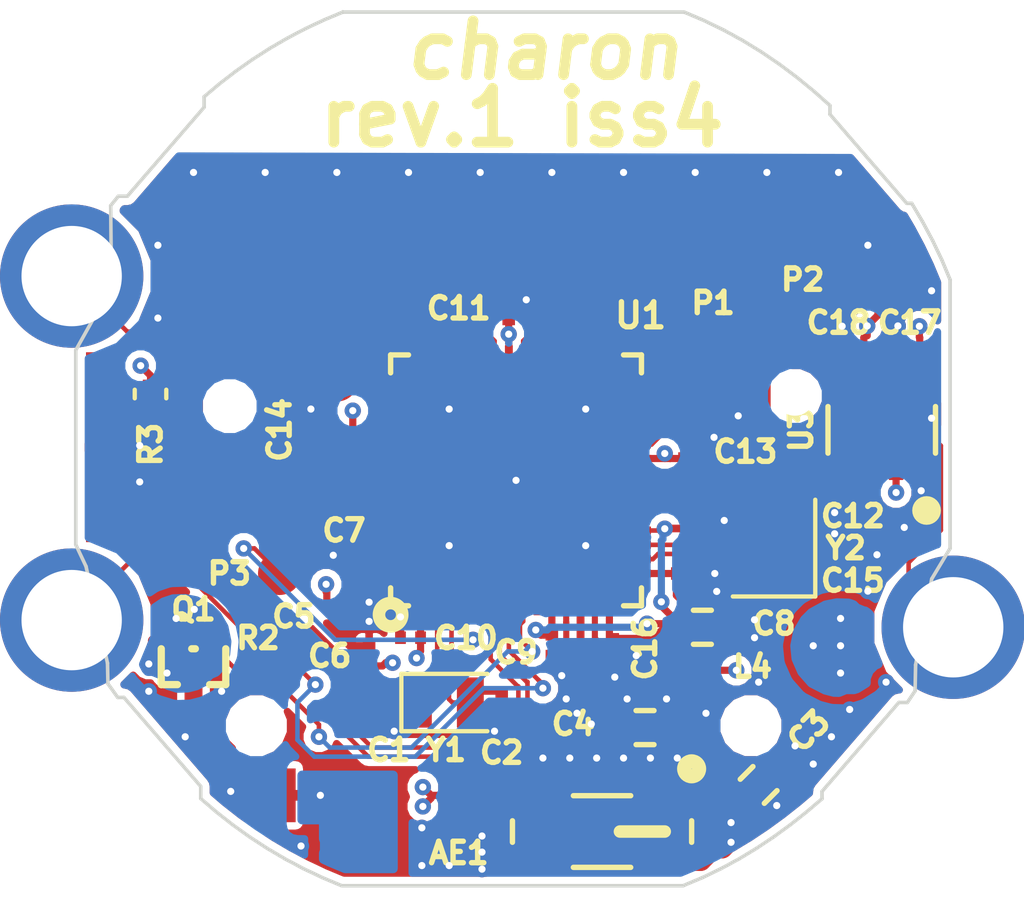
<source format=kicad_pcb>
(kicad_pcb (version 4) (host pcbnew 4.0.7)
  (layers (0 F.Cu signal) (1 In1.Cu power hide) (2 In2.Cu signal hide) (31 B.Cu signal) (34 B.Paste user hide) (35 F.Paste user hide) (36 B.SilkS user hide) (37 F.SilkS user) (38 B.Mask user) (39 F.Mask user) (44 Edge.Cuts user))
  (net 0 "")
  (net 1 "Net-(C1-Pad1)")
  (net 2 GND)
  (net 3 /LCD_SEG2)
  (net 4 /LCD_SEG1)
  (net 5 /LCD_SEG3)
  (net 6 /LCD_SEG4)
  (net 7 /LCD_SEG6)
  (net 8 /LCD_SEG5)
  (net 9 /LCD_COM3)
  (net 10 /LCD_COM2)
  (net 11 /LCD_COM1)
  (net 12 /LCD_SEG13)
  (net 13 /LCD_SEG12)
  (net 14 /LCD_SEG11)
  (net 15 /LCD_SEG10)
  (net 16 /LCD_SEG9)
  (net 17 /LCD_SEG8)
  (net 18 /LCD_SEG7)
  (net 19 /LCD_SEG18)
  (net 20 /LCD_SEG14)
  (net 21 /LCD_SEG15)
  (net 22 /LCD_SEG16)
  (net 23 /LCD_SEG17)
  (net 24 /LCD_SEG19)
  (net 25 /LCD_SEG24)
  (net 26 /LCD_SEG23)
  (net 27 /LCD_SEG22)
  (net 28 /LCD_SEG21)
  (net 29 /LCD_SEG20)
  (net 30 "Net-(Q1-Pad1)")
  (net 31 /BUZ)
  (net 32 "Net-(P10-Pad1)")
  (net 33 /LED_1)
  (net 34 VCC)
  (net 35 /SCL)
  (net 36 /SDA)
  (net 37 /B_LIGHT)
  (net 38 /B_MODE)
  (net 39 /B_ALARM)
  (net 40 "Net-(C2-Pad1)")
  (net 41 "Net-(AE1-Pad1)")
  (net 42 "Net-(C4-Pad1)")
  (net 43 "Net-(C5-Pad2)")
  (net 44 VDDR)
  (net 45 "Net-(U1-Pad16)")
  (net 46 "Net-(U1-Pad17)")
  (net 47 /BUZ_EN)
  (net 48 /SWCLK)
  (net 49 /SWDIO)
  (net 50 //XRES)
  (module f-91w:SOT416 (layer F.Cu) (at 49 103.2 270)
    (fp_text reference Q1 (at -1.6 0 360) (layer F.SilkS) (effects (font (size 0.6 0.6))))
    (fp_text value BC846 hide)
    (pad 1 smd rect (at -0.65 -0.5 180) (size 0.5 0.6) (layers F.Cu F.Paste F.Mask) (net 30 "Net-(Q1-Pad1)"))
    (pad 2 smd rect (at -0.65 0.5 180) (size 0.5 0.6) (layers F.Cu F.Paste F.Mask) (net 2 GND))
    (pad 3 smd rect (at 0.65 0 180) (size 0.5 0.6) (layers F.Cu F.Paste F.Mask) (net 31 /BUZ))
  )
  (module Resistors_SMD:R_0201_NoSilk (layer F.Cu) (at 63.2 103.3 180)
    (fp_text reference L4 (at -1.4 0.1 180) (layer F.SilkS) (effects (font (size 0.6 0.6))))
    (fp_text value 330R@100MHz)
    (pad 1 smd rect (at -0.26 0 180) (size 0.28 0.43) (layers F.Cu F.Paste F.Mask) (net 34 VCC))
    (pad 2 smd rect (at 0.26 0 180) (size 0.28 0.43) (layers F.Cu F.Paste F.Mask) (net 44 VDDR))
  )
  (module Capacitors_SMD:C_0402 (layer F.Cu) (at 63.2 102.1)
    (fp_text reference C8 (at 2 -0.1) (layer F.SilkS) (effects (font (size 0.6 0.6))))
    (fp_text value 10uF)
    (pad 1 smd rect (at -0.55 0) (size 0.6 0.5) (layers F.Cu F.Paste F.Mask) (net 44 VDDR))
    (pad 2 smd rect (at 0.55 0) (size 0.6 0.5) (layers F.Cu F.Paste F.Mask) (net 2 GND))
  )
  (module Connect:1pin (layer F.Cu) (at 70.2 102.1)
    (fp_text reference P7 hide)
    (fp_text value CONN_01X01)
    (pad 1 thru_hole circle (at 0 0) (size 4 4) (drill 2.8) (layers *.Cu F.Mask) (net 39 /B_ALARM))
  )
  (module Connect:1pin (layer F.Cu) (at 56.38 106.79)
    (fp_text reference P8 hide)
    (fp_text value CONN_01X01)
    (pad 1 smd rect (at 0 0) (size 1.1 1.5) (layers F.Cu F.Paste F.Mask) (net 34 VCC))
  )
  (module Connect:1pin (layer F.Cu) (at 51.3 106.79)
    (fp_text reference P9 hide)
    (fp_text value CONN_01X01)
    (pad 1 smd rect (at 0 0) (size 1.1 1.5) (layers F.Cu F.Paste F.Mask) (net 31 /BUZ))
  )
  (module Connect:1pin (layer F.Cu) (at 68.5 92.3)
    (fp_text reference P14 hide)
    (fp_text value CONN_01X01)
    (pad 1 smd circle (at 0 0) (size 1.2 1.2) (layers F.Cu F.Paste F.Mask) (net 34 VCC))
  )
  (module Connect:1pin (layer F.Cu) (at 45.6 101.9)
    (fp_text reference P6 hide)
    (fp_text value CONN_01X01)
    (pad 1 thru_hole circle (at 0 0) (size 4 4) (drill 2.8) (layers *.Cu F.Mask) (net 38 /B_MODE))
  )
  (module Connect:1pin (layer F.Cu) (at 46.5 98.5)
    (fp_text reference P11 hide)
    (fp_text value CONN_01X01)
    (pad 1 smd rect (at 0 0.1) (size 1 2.25) (layers F.Cu F.Paste F.Mask) (net 33 /LED_1))
  )
  (module Connect:1pin (layer F.Cu) (at 46.5 95.5)
    (fp_text reference P10 hide)
    (fp_text value CONN_01X01)
    (pad 1 smd rect (at 0 0.05) (size 1 2.25) (layers F.Cu F.Paste F.Mask) (net 32 "Net-(P10-Pad1)"))
  )
  (module Connect:1pin (layer F.Cu) (at 45.6 92.3)
    (fp_text reference P5 hide)
    (fp_text value CONN_01X01)
    (pad 1 thru_hole circle (at 0 0) (size 4 4) (drill 2.8) (layers *.Cu F.Mask) (net 37 /B_LIGHT))
  )
  (module Connect:1pin (layer F.Cu) (at 53 95.2)
    (fp_text reference P13 hide)
    (fp_text value CONN_01X01)
    (pad 1 smd circle (at 0 0) (size 1.2 1.2) (layers F.Cu F.Paste F.Mask) (net 2 GND))
  )
  (module Capacitors_SMD:C_0402 (layer F.Cu) (at 64.77 106.5 45)
    (fp_text reference C3 (at 2.05061 -0.070711 45) (layer F.SilkS) (effects (font (size 0.6 0.6))))
    (fp_text value C_Small)
    (pad 1 smd rect (at -0.55 0 45) (size 0.6 0.5) (layers F.Cu F.Paste F.Mask) (net 41 "Net-(AE1-Pad1)"))
    (pad 2 smd rect (at 0.55 0 45) (size 0.6 0.5) (layers F.Cu F.Paste F.Mask) (net 2 GND))
  )
  (module Capacitors_SMD:C_0402 (layer F.Cu) (at 61.6 104.9)
    (fp_text reference C4 (at -2 -0.1 180) (layer F.SilkS) (effects (font (size 0.6 0.6))))
    (fp_text value C_Small)
    (pad 1 smd rect (at -0.55 0) (size 0.6 0.5) (layers F.Cu F.Paste F.Mask) (net 42 "Net-(C4-Pad1)"))
    (pad 2 smd rect (at 0.55 0) (size 0.6 0.5) (layers F.Cu F.Paste F.Mask) (net 41 "Net-(AE1-Pad1)"))
  )
  (module Capacitors_SMD:C_0201_NoSilk (layer F.Cu) (at 54.25 104.225 270)
    (fp_text reference C1 (at 1.3 -0.2 360) (layer F.SilkS) (effects (font (size 0.6 0.6))))
    (fp_text value 24pF)
    (pad 1 smd rect (at -0.28 0 270) (size 0.3 0.35) (layers F.Cu F.Paste F.Mask) (net 1 "Net-(C1-Pad1)"))
    (pad 2 smd rect (at 0.28 0 270) (size 0.3 0.35) (layers F.Cu F.Paste F.Mask) (net 2 GND))
  )
  (module Capacitors_SMD:C_0201_NoSilk (layer F.Cu) (at 57.6 104.2 270)
    (fp_text reference C2 (at 1.4 0 360) (layer F.SilkS) (effects (font (size 0.6 0.6))))
    (fp_text value 47pF)
    (pad 1 smd rect (at -0.28 0 270) (size 0.3 0.35) (layers F.Cu F.Paste F.Mask) (net 40 "Net-(C2-Pad1)"))
    (pad 2 smd rect (at 0.28 0 270) (size 0.3 0.35) (layers F.Cu F.Paste F.Mask) (net 2 GND))
  )
  (module Capacitors_SMD:C_0201_NoSilk (layer F.Cu) (at 53.5 100.391 270)
    (fp_text reference C5 (at 1.409 1.7 360) (layer F.SilkS) (effects (font (size 0.6 0.6))))
    (fp_text value 1uF)
    (pad 1 smd rect (at -0.28 0 270) (size 0.3 0.35) (layers F.Cu F.Paste F.Mask) (net 2 GND))
    (pad 2 smd rect (at 0.28 0 270) (size 0.3 0.35) (layers F.Cu F.Paste F.Mask) (net 43 "Net-(C5-Pad2)"))
  )
  (module Capacitors_SMD:C_0201_NoSilk (layer F.Cu) (at 53.9 102.9 90)
    (fp_text reference C6 (at 0 -1.1 180) (layer F.SilkS) (effects (font (size 0.6 0.6))))
    (fp_text value 1uF)
    (pad 1 smd rect (at -0.28 0 90) (size 0.3 0.35) (layers F.Cu F.Paste F.Mask) (net 34 VCC))
    (pad 2 smd rect (at 0.28 0 90) (size 0.3 0.35) (layers F.Cu F.Paste F.Mask) (net 2 GND))
  )
  (module Capacitors_SMD:C_0201_NoSilk (layer F.Cu) (at 53 101.5)
    (fp_text reference C7 (at 0.2 -2.1) (layer F.SilkS) (effects (font (size 0.6 0.6))))
    (fp_text value 1uF)
    (pad 1 smd rect (at -0.28 0) (size 0.3 0.35) (layers F.Cu F.Paste F.Mask) (net 34 VCC))
    (pad 2 smd rect (at 0.28 0) (size 0.3 0.35) (layers F.Cu F.Paste F.Mask) (net 2 GND))
  )
  (module Capacitors_SMD:C_0201_NoSilk (layer F.Cu) (at 59 102.6 270)
    (fp_text reference C9 (at 0.2 1 360) (layer F.SilkS) (effects (font (size 0.6 0.6))))
    (fp_text value 100nF)
    (pad 1 smd rect (at -0.28 0 270) (size 0.3 0.35) (layers F.Cu F.Paste F.Mask) (net 44 VDDR))
    (pad 2 smd rect (at 0.28 0 270) (size 0.3 0.35) (layers F.Cu F.Paste F.Mask) (net 2 GND))
  )
  (module Capacitors_SMD:C_0201_NoSilk (layer F.Cu) (at 55.0555 102.391 180)
    (fp_text reference C10 (at -1.5445 -0.009 180) (layer F.SilkS) (effects (font (size 0.6 0.6))))
    (fp_text value 100nF)
    (pad 1 smd rect (at -0.28 0 180) (size 0.3 0.35) (layers F.Cu F.Paste F.Mask) (net 34 VCC))
    (pad 2 smd rect (at 0.28 0 180) (size 0.3 0.35) (layers F.Cu F.Paste F.Mask) (net 2 GND))
  )
  (module Capacitors_SMD:C_0201_NoSilk (layer F.Cu) (at 57.7955 93.241 90)
    (fp_text reference C11 (at 0.041 -1.3955 180) (layer F.SilkS) (effects (font (size 0.6 0.6))))
    (fp_text value 100nF)
    (pad 1 smd rect (at -0.28 0 90) (size 0.3 0.35) (layers F.Cu F.Paste F.Mask) (net 34 VCC))
    (pad 2 smd rect (at 0.28 0 90) (size 0.3 0.35) (layers F.Cu F.Paste F.Mask) (net 2 GND))
  )
  (module Capacitors_SMD:C_0201_NoSilk (layer F.Cu) (at 63 99.3)
    (fp_text reference C12 (at 4.4 -0.3) (layer F.SilkS) (effects (font (size 0.6 0.6))))
    (fp_text value 100nF)
    (pad 1 smd rect (at -0.28 0) (size 0.3 0.35) (layers F.Cu F.Paste F.Mask) (net 44 VDDR))
    (pad 2 smd rect (at 0.28 0) (size 0.3 0.35) (layers F.Cu F.Paste F.Mask) (net 2 GND))
  )
  (module Capacitors_SMD:C_0201_NoSilk (layer F.Cu) (at 62.9555 97.391)
    (fp_text reference C13 (at 1.4445 -0.191) (layer F.SilkS) (effects (font (size 0.6 0.6))))
    (fp_text value 100nF)
    (pad 1 smd rect (at -0.28 0) (size 0.3 0.35) (layers F.Cu F.Paste F.Mask) (net 34 VCC))
    (pad 2 smd rect (at 0.28 0) (size 0.3 0.35) (layers F.Cu F.Paste F.Mask) (net 2 GND))
  )
  (module Capacitors_SMD:C_0201_NoSilk (layer F.Cu) (at 52.6 96.591 180)
    (fp_text reference C14 (at 1.2 0 270) (layer F.SilkS) (effects (font (size 0.6 0.6))))
    (fp_text value 100nF)
    (pad 1 smd rect (at -0.28 0 180) (size 0.3 0.35) (layers F.Cu F.Paste F.Mask) (net 34 VCC))
    (pad 2 smd rect (at 0.28 0 180) (size 0.3 0.35) (layers F.Cu F.Paste F.Mask) (net 2 GND))
  )
  (module Capacitors_SMD:C_0201_NoSilk (layer F.Cu) (at 62.7555 100.6)
    (fp_text reference C15 (at 4.6445 0.2) (layer F.SilkS) (effects (font (size 0.6 0.6))))
    (fp_text value 100nF)
    (pad 1 smd rect (at -0.28 0) (size 0.3 0.35) (layers F.Cu F.Paste F.Mask) (net 44 VDDR))
    (pad 2 smd rect (at 0.28 0) (size 0.3 0.35) (layers F.Cu F.Paste F.Mask) (net 2 GND))
  )
  (module Capacitors_SMD:C_0201_NoSilk (layer F.Cu) (at 60.7 102.691 270)
    (fp_text reference C16 (at 0 -0.9 270) (layer F.SilkS) (effects (font (size 0.6 0.6))))
    (fp_text value 100nF)
    (pad 1 smd rect (at -0.28 0 270) (size 0.3 0.35) (layers F.Cu F.Paste F.Mask) (net 44 VDDR))
    (pad 2 smd rect (at 0.28 0 270) (size 0.3 0.35) (layers F.Cu F.Paste F.Mask) (net 2 GND))
  )
  (module Capacitors_SMD:C_0201_NoSilk (layer F.Cu) (at 68.9855 94.391 180)
    (fp_text reference C17 (at 0 0.791 180) (layer F.SilkS) (effects (font (size 0.6 0.6))))
    (fp_text value 100nF)
    (pad 1 smd rect (at -0.28 0 180) (size 0.3 0.35) (layers F.Cu F.Paste F.Mask) (net 34 VCC))
    (pad 2 smd rect (at 0.28 0 180) (size 0.3 0.35) (layers F.Cu F.Paste F.Mask) (net 2 GND))
  )
  (module Capacitors_SMD:C_0201_NoSilk (layer F.Cu) (at 67.4255 94.391 180)
    (fp_text reference C18 (at 0.4255 0.791 180) (layer F.SilkS) (effects (font (size 0.6 0.6))))
    (fp_text value 100nF)
    (pad 1 smd rect (at -0.28 0 180) (size 0.3 0.35) (layers F.Cu F.Paste F.Mask) (net 34 VCC))
    (pad 2 smd rect (at 0.28 0 180) (size 0.3 0.35) (layers F.Cu F.Paste F.Mask) (net 2 GND))
  )
  (module f-91w:BME680 (layer F.Cu) (at 68.2055 96.591 270)
    (fp_text reference U3 (at 0 2.25 270) (layer F.SilkS) (effects (font (size 0.6 0.6))))
    (fp_text value BME680)
    (pad 1 smd rect (at 1.2 -1.2 270) (size 0.4 0.4) (layers F.Cu F.Paste F.Mask) (net 2 GND))
    (pad 2 smd rect (at 1.2 -0.4 270) (size 0.4 0.4) (layers F.Cu F.Paste F.Mask) (net 34 VCC))
    (pad 3 smd rect (at 1.2 0.4 270) (size 0.4 0.4) (layers F.Cu F.Paste F.Mask) (net 36 /SDA))
    (pad 4 smd rect (at 1.2 1.2 270) (size 0.4 0.4) (layers F.Cu F.Paste F.Mask) (net 35 /SCL))
    (pad 5 smd rect (at -1.2 1.2 270) (size 0.4 0.4) (layers F.Cu F.Paste F.Mask) (net 2 GND))
    (pad 6 smd rect (at -1.2 0.4 270) (size 0.4 0.4) (layers F.Cu F.Paste F.Mask) (net 34 VCC))
    (pad 7 smd rect (at -1.2 -0.4 270) (size 0.4 0.4) (layers F.Cu F.Paste F.Mask) (net 2 GND))
    (pad 8 smd rect (at -1.2 -1.2 270) (size 0.4 0.4) (layers F.Cu F.Paste F.Mask) (net 34 VCC))
  )
  (module Crystals:Crystal_SMD_2016-4pin_2.0x1.6mm (layer F.Cu) (at 65.2 99.891 90)
    (fp_text reference Y2 (at 0 2 180) (layer F.SilkS) (effects (font (size 0.6 0.6))))
    (fp_text value 24MHz)
    (pad 1 smd rect (at -0.7 0.55 90) (size 0.9 0.8) (layers F.Cu F.Paste F.Mask) (net 45 "Net-(U1-Pad16)"))
    (pad 2 smd rect (at 0.7 0.55 90) (size 0.9 0.8) (layers F.Cu F.Paste F.Mask) (net 2 GND))
    (pad 3 smd rect (at 0.7 -0.55 90) (size 0.9 0.8) (layers F.Cu F.Paste F.Mask) (net 46 "Net-(U1-Pad17)"))
    (pad 4 smd rect (at -0.7 -0.55 90) (size 0.9 0.8) (layers F.Cu F.Paste F.Mask) (net 2 GND))
  )
  (module Resistors_SMD:R_0201_NoSilk (layer F.Cu) (at 50.8 103.3 180)
    (fp_text reference R2 (at 0 0.9 180) (layer F.SilkS) (effects (font (size 0.6 0.6))))
    (fp_text value 47k)
    (pad 1 smd rect (at -0.26 0 180) (size 0.28 0.43) (layers F.Cu F.Paste F.Mask) (net 47 /BUZ_EN))
    (pad 2 smd rect (at 0.26 0 180) (size 0.28 0.43) (layers F.Cu F.Paste F.Mask) (net 30 "Net-(Q1-Pad1)"))
  )
  (module Resistors_SMD:R_0201 (layer F.Cu) (at 47.8 95.591 90)
    (fp_text reference R3 (at -1.409 0 90) (layer F.SilkS) (effects (font (size 0.6 0.6))))
    (fp_text value 100)
    (pad 1 smd rect (at -0.26 0 90) (size 0.28 0.43) (layers F.Cu F.Paste F.Mask) (net 32 "Net-(P10-Pad1)"))
    (pad 2 smd rect (at 0.26 0 90) (size 0.28 0.43) (layers F.Cu F.Paste F.Mask) (net 34 VCC))
  )
  (module f-91w:HOLE_1.1MM (layer F.Cu) (at 50.01 95.93)
    (fp_text reference REF** hide)
    (fp_text value HOLE_1.1MM hide)
    (pad "" np_thru_hole circle (at 0 0) (size 1.1 1.1) (drill 1.1) (layers *.Cu *.Mask))
  )
  (module f-91w:HOLE_1.1MM (layer F.Cu) (at 65.782 95.646)
    (fp_text reference REF** hide)
    (fp_text value HOLE_1.1MM hide)
    (pad "" np_thru_hole circle (at 0 0) (size 1.1 1.1) (drill 1.1) (layers *.Cu *.Mask))
  )
  (module f-91w:HOLE_1.3MM (layer F.Cu) (at 51.448 87.25)
    (fp_text reference REF** hide)
    (fp_text value HOLE_1.3MM hide)
    (pad "" np_thru_hole circle (at 0 0) (size 1.3 1.3) (drill 1.3) (layers *.Cu *.Mask))
  )
  (module f-91w:HOLE_1.3MM (layer F.Cu) (at 64.422 87.319)
    (fp_text reference REF** hide)
    (fp_text value HOLE_1.3MM hide)
    (pad "" np_thru_hole circle (at 0.422 0) (size 1.3 1.3) (drill 1.3) (layers *.Cu *.Mask))
  )
  (module f-91w:HOLE_1.3MM (layer F.Cu) (at 50.754 104.846)
    (fp_text reference REF** hide)
    (fp_text value HOLE_1.3MM hide)
    (pad "" np_thru_hole circle (at 0 0) (size 1.3 1.3) (drill 1.3) (layers *.Cu *.Mask))
  )
  (module f-91w:HOLE_1.3MM (layer F.Cu) (at 64.555 104.846)
    (fp_text reference REF** hide)
    (fp_text value HOLE_1.3MM hide)
    (pad "" np_thru_hole circle (at 0 0) (size 1.3 1.3) (drill 1.3) (layers *.Cu *.Mask))
  )
  (module f-91w:TP_1.2mm (layer F.Cu) (at 63.5 94.15)
    (fp_text reference P1 (at 0 -1.1) (layer F.SilkS) (effects (font (size 0.6 0.6))))
    (fp_text value CONN_01X01)
    (pad 1 smd circle (at 0 0) (size 1.2 1.2) (layers F.Cu F.Paste F.Mask) (net 48 /SWCLK))
  )
  (module f-91w:TP_1.2mm (layer F.Cu) (at 64.825 93.275)
    (fp_text reference P2 (at 1.175 -0.875) (layer F.SilkS) (effects (font (size 0.6 0.6))))
    (fp_text value CONN_01X01)
    (pad 1 smd circle (at 0 0) (size 1.2 1.2) (layers F.Cu F.Paste F.Mask) (net 49 /SWDIO))
  )
  (module f-91w:TP_1.2mm (layer F.Cu) (at 51.4 100.6)
    (fp_text reference P3 (at -1.4 0) (layer F.SilkS) (effects (font (size 0.6 0.6))))
    (fp_text value CONN_01X01)
    (pad 1 smd circle (at 0 0) (size 1.2 1.2) (layers F.Cu F.Paste F.Mask) (net 50 //XRES))
  )
  (module f-91w:2450AT42E0100 (layer F.Cu) (at 60.4 107.8 180)
    (fp_text reference AE1 (at 4 -0.6 180) (layer F.SilkS) (effects (font (size 0.6 0.6))))
    (fp_text value 2450AT42E0100)
    (pad 1 smd rect (at -1.75 0.8 180) (size 1.5 0.6) (layers F.Cu F.Paste F.Mask) (net 41 "Net-(AE1-Pad1)"))
    (pad 3 smd rect (at 1.75 0.8 180) (size 1.5 0.6) (layers F.Cu F.Paste F.Mask))
    (pad 2 smd rect (at 1.75 -0.8 180) (size 1.5 0.6) (layers F.Cu F.Paste F.Mask) (net 2 GND))
    (pad 2 smd rect (at -1.75 -0.8 180) (size 1.5 0.6) (layers F.Cu F.Paste F.Mask) (net 2 GND))
  )
  (module f-91w:LCD-F-91W (layer F.Cu) (at 57.25 93.34)
    (fp_text reference U2 hide)
    (fp_text value LCD-F-91W)
    (pad 1 smd rect (at -8.42 -2.43) (size 0.373 1.509) (layers F.Cu F.Mask) (net 4 /LCD_SEG1))
    (pad 2 smd rect (at -7.718 -2.43) (size 0.373 1.509) (layers F.Cu F.Mask) (net 3 /LCD_SEG2))
    (pad 3 smd rect (at -7.016 -2.43) (size 0.373 1.509) (layers F.Cu F.Mask) (net 5 /LCD_SEG3))
    (pad 4 smd rect (at -6.314 -2.43) (size 0.373 1.509) (layers F.Cu F.Mask) (net 6 /LCD_SEG4))
    (pad 5 smd rect (at -5.612 -2.43) (size 0.373 1.509) (layers F.Cu F.Mask) (net 8 /LCD_SEG5))
    (pad 6 smd rect (at -4.91 -2.43) (size 0.373 1.509) (layers F.Cu F.Mask) (net 7 /LCD_SEG6))
    (pad 7 smd rect (at -4.208 -2.43) (size 0.373 1.509) (layers F.Cu F.Mask) (net 11 /LCD_COM1))
    (pad 8 smd rect (at -3.506 -2.43) (size 0.373 1.509) (layers F.Cu F.Mask) (net 10 /LCD_COM2))
    (pad 9 smd rect (at -2.804 -2.43) (size 0.373 1.509) (layers F.Cu F.Mask) (net 9 /LCD_COM3))
    (pad 10 smd rect (at -2.102 -2.43) (size 0.373 1.509) (layers F.Cu F.Mask) (net 18 /LCD_SEG7))
    (pad 11 smd rect (at -1.4 -2.43) (size 0.373 1.509) (layers F.Cu F.Mask) (net 17 /LCD_SEG8))
    (pad 12 smd rect (at -0.698 -2.43) (size 0.373 1.509) (layers F.Cu F.Mask) (net 16 /LCD_SEG9))
    (pad 13 smd rect (at 0.004 -2.43) (size 0.373 1.509) (layers F.Cu F.Mask) (net 15 /LCD_SEG10))
    (pad 14 smd rect (at 0.706 -2.43) (size 0.373 1.509) (layers F.Cu F.Mask) (net 14 /LCD_SEG11))
    (pad 15 smd rect (at 1.408 -2.43) (size 0.373 1.509) (layers F.Cu F.Mask) (net 13 /LCD_SEG12))
    (pad 16 smd rect (at 2.11 -2.43) (size 0.373 1.509) (layers F.Cu F.Mask) (net 12 /LCD_SEG13))
    (pad 17 smd rect (at 2.812 -2.43) (size 0.373 1.509) (layers F.Cu F.Mask) (net 20 /LCD_SEG14))
    (pad 18 smd rect (at 3.514 -2.43) (size 0.373 1.509) (layers F.Cu F.Mask) (net 21 /LCD_SEG15))
    (pad 19 smd rect (at 4.216 -2.43) (size 0.373 1.509) (layers F.Cu F.Mask) (net 22 /LCD_SEG16))
    (pad 20 smd rect (at 4.918 -2.43) (size 0.373 1.509) (layers F.Cu F.Mask) (net 23 /LCD_SEG17))
    (pad 21 smd rect (at 5.62 -2.43) (size 0.373 1.509) (layers F.Cu F.Mask) (net 19 /LCD_SEG18))
    (pad 22 smd rect (at 6.322 -2.43) (size 0.373 1.509) (layers F.Cu F.Mask) (net 24 /LCD_SEG19))
    (pad 23 smd rect (at 7.024 -2.43) (size 0.373 1.509) (layers F.Cu F.Mask) (net 29 /LCD_SEG20))
    (pad 24 smd rect (at 7.726 -2.43) (size 0.373 1.509) (layers F.Cu F.Mask) (net 28 /LCD_SEG21))
    (pad 25 smd rect (at 8.428 -2.43) (size 0.373 1.509) (layers F.Cu F.Mask) (net 27 /LCD_SEG22))
    (pad 26 smd rect (at 9.13 -2.43) (size 0.373 1.509) (layers F.Cu F.Mask) (net 26 /LCD_SEG23))
    (pad 27 smd rect (at 9.832 -2.43) (size 0.373 1.509) (layers F.Cu F.Mask) (net 25 /LCD_SEG24))
  )
  (module f-91w:STITCHING_VIA_0.2mm (layer F.Cu) (at 67.056 102.616)
    (fp_text reference REF** hide)
    (fp_text value STITCHING_VIA_0.2mm hide)
    (pad 1 thru_hole circle (at 0 0) (size 0.454 0.454) (drill 0.2) (layers *.Cu) (net 34 VCC))
  )
  (module f-91w:STITCHING_VIA_0.2mm (layer F.Cu) (at 55.372 108.75)
    (fp_text reference REF** hide)
    (fp_text value STITCHING_VIA_0.2mm hide)
    (pad 1 thru_hole circle (at 0 0) (size 0.454 0.454) (drill 0.2) (layers *.Cu) (net 2 GND))
  )
  (module f-91w:STITCHING_VIA_0.2mm (layer F.Cu) (at 57.05 107.925)
    (fp_text reference REF** hide)
    (fp_text value STITCHING_VIA_0.2mm hide)
    (pad 1 thru_hole circle (at 0 0) (size 0.454 0.454) (drill 0.2) (layers *.Cu) (net 2 GND))
  )
  (module f-91w:STITCHING_VIA_0.2mm (layer F.Cu) (at 57.05 108.85)
    (fp_text reference REF** hide)
    (fp_text value STITCHING_VIA_0.2mm hide)
    (pad 1 thru_hole circle (at 0 0) (size 0.454 0.454) (drill 0.2) (layers *.Cu) (net 2 GND))
  )
  (module f-91w:STITCHING_VIA_0.2mm (layer F.Cu) (at 58.75 105.75)
    (fp_text reference REF** hide)
    (fp_text value STITCHING_VIA_0.2mm hide)
    (pad 1 thru_hole circle (at 0 0) (size 0.454 0.454) (drill 0.2) (layers *.Cu) (net 2 GND))
  )
  (module f-91w:STITCHING_VIA_0.2mm (layer F.Cu) (at 59.5 105.75)
    (fp_text reference REF** hide)
    (fp_text value STITCHING_VIA_0.2mm hide)
    (pad 1 thru_hole circle (at 0 0) (size 0.454 0.454) (drill 0.2) (layers *.Cu) (net 2 GND))
  )
  (module f-91w:STITCHING_VIA_0.2mm (layer F.Cu) (at 60.25 105.75)
    (fp_text reference REF** hide)
    (fp_text value STITCHING_VIA_0.2mm hide)
    (pad 1 thru_hole circle (at 0 0) (size 0.454 0.454) (drill 0.2) (layers *.Cu) (net 2 GND))
  )
  (module f-91w:STITCHING_VIA_0.2mm (layer F.Cu) (at 61 105.75)
    (fp_text reference REF** hide)
    (fp_text value STITCHING_VIA_0.2mm hide)
    (pad 1 thru_hole circle (at 0 0) (size 0.454 0.454) (drill 0.2) (layers *.Cu) (net 2 GND))
  )
  (module f-91w:STITCHING_VIA_0.2mm (layer F.Cu) (at 49.784 103.886)
    (fp_text reference REF** hide)
    (fp_text value STITCHING_VIA_0.2mm hide)
    (pad 1 thru_hole circle (at 0 0) (size 0.454 0.454) (drill 0.2) (layers *.Cu) (net 2 GND))
  )
  (module f-91w:STITCHING_VIA_0.2mm (layer F.Cu) (at 68.326 103.632)
    (fp_text reference REF** hide)
    (fp_text value STITCHING_VIA_0.2mm hide)
    (pad 1 thru_hole circle (at 0 0) (size 0.454 0.454) (drill 0.2) (layers *.Cu) (net 2 GND))
  )
  (module f-91w:STITCHING_VIA_0.2mm (layer F.Cu) (at 67.818 101.092)
    (fp_text reference REF** hide)
    (fp_text value STITCHING_VIA_0.2mm hide)
    (pad 1 thru_hole circle (at 0 0) (size 0.454 0.454) (drill 0.2) (layers *.Cu) (net 2 GND))
  )
  (module f-91w:STITCHING_VIA_0.2mm (layer F.Cu) (at 67.31 104.394)
    (fp_text reference REF** hide)
    (fp_text value STITCHING_VIA_0.2mm hide)
    (pad 1 thru_hole circle (at 0 0) (size 0.454 0.454) (drill 0.2) (layers *.Cu) (net 2 GND))
  )
  (module f-91w:STITCHING_VIA_0.2mm (layer F.Cu) (at 68.072 100.076)
    (fp_text reference REF** hide)
    (fp_text value STITCHING_VIA_0.2mm hide)
    (pad 1 thru_hole circle (at 0 0) (size 0.454 0.454) (drill 0.2) (layers *.Cu) (net 2 GND))
  )
  (module f-91w:STITCHING_VIA_0.2mm (layer F.Cu) (at 47.498 97.028)
    (fp_text reference REF** hide)
    (fp_text value STITCHING_VIA_0.2mm hide)
    (pad 1 thru_hole circle (at 0 0) (size 0.454 0.454) (drill 0.2) (layers *.Cu) (net 2 GND))
  )
  (module f-91w:STITCHING_VIA_0.2mm (layer F.Cu) (at 47.498 98.044)
    (fp_text reference REF** hide)
    (fp_text value STITCHING_VIA_0.2mm hide)
    (pad 1 thru_hole circle (at 0 0) (size 0.454 0.454) (drill 0.2) (layers *.Cu) (net 2 GND))
  )
  (module f-91w:STITCHING_VIA_0.2mm (layer F.Cu) (at 62.2 104.1)
    (fp_text reference REF** hide)
    (fp_text value STITCHING_VIA_0.2mm hide)
    (pad 1 thru_hole circle (at 0 0) (size 0.454 0.454) (drill 0.2) (layers *.Cu) (net 2 GND))
  )
  (module f-91w:STITCHING_VIA_0.2mm (layer F.Cu) (at 64.77 103.632)
    (fp_text reference REF** hide)
    (fp_text value STITCHING_VIA_0.2mm hide)
    (pad 1 thru_hole circle (at 0 0) (size 0.454 0.454) (drill 0.2) (layers *.Cu) (net 2 GND))
  )
  (module f-91w:STITCHING_VIA_0.2mm (layer F.Cu) (at 56.134 108.75)
    (fp_text reference REF** hide)
    (fp_text value STITCHING_VIA_0.2mm hide)
    (pad 1 thru_hole circle (at 0 0) (size 0.454 0.454) (drill 0.2) (layers *.Cu) (net 2 GND))
  )
  (module f-91w:STITCHING_VIA_0.2mm (layer F.Cu) (at 57.05 108.375)
    (fp_text reference REF** hide)
    (fp_text value STITCHING_VIA_0.2mm hide)
    (pad 1 thru_hole circle (at 0 0) (size 0.454 0.454) (drill 0.2) (layers *.Cu) (net 2 GND))
  )
  (module f-91w:STITCHING_VIA_0.2mm (layer F.Cu) (at 52 108.204)
    (fp_text reference REF** hide)
    (fp_text value STITCHING_VIA_0.2mm hide)
    (pad 1 thru_hole circle (at 0 0) (size 0.454 0.454) (drill 0.2) (layers *.Cu) (net 2 GND))
  )
  (module f-91w:STITCHING_VIA_0.2mm (layer F.Cu) (at 64 108.1)
    (fp_text reference REF** hide)
    (fp_text value STITCHING_VIA_0.2mm hide)
    (pad 1 thru_hole circle (at 0 0) (size 0.454 0.454) (drill 0.2) (layers *.Cu) (net 2 GND))
  )
  (module f-91w:STITCHING_VIA_0.2mm (layer F.Cu) (at 64 107.55)
    (fp_text reference REF** hide)
    (fp_text value STITCHING_VIA_0.2mm hide)
    (pad 1 thru_hole circle (at 0 0) (size 0.454 0.454) (drill 0.2) (layers *.Cu) (net 2 GND))
  )
  (module f-91w:STITCHING_VIA_0.2mm (layer F.Cu) (at 55.372 107.696)
    (fp_text reference REF** hide)
    (fp_text value STITCHING_VIA_0.2mm hide)
    (pad 1 thru_hole circle (at 0 0) (size 0.454 0.454) (drill 0.2) (layers *.Cu) (net 2 GND))
  )
  (module f-91w:STITCHING_VIA_0.2mm (layer F.Cu) (at 66.802 105.156)
    (fp_text reference REF** hide)
    (fp_text value STITCHING_VIA_0.2mm hide)
    (pad 1 thru_hole circle (at 0 0) (size 0.454 0.454) (drill 0.2) (layers *.Cu) (net 2 GND))
  )
  (module f-91w:STITCHING_VIA_0.2mm (layer F.Cu) (at 68.834 99.314)
    (fp_text reference REF** hide)
    (fp_text value STITCHING_VIA_0.2mm hide)
    (pad 1 thru_hole circle (at 0 0) (size 0.454 0.454) (drill 0.2) (layers *.Cu) (net 2 GND))
  )
  (module f-91w:STITCHING_VIA_0.2mm (layer F.Cu) (at 50.038 106.68)
    (fp_text reference REF** hide)
    (fp_text value STITCHING_VIA_0.2mm hide)
    (pad 1 thru_hole circle (at 0 0) (size 0.454 0.454) (drill 0.2) (layers *.Cu) (net 2 GND))
  )
  (module f-91w:STITCHING_VIA_0.2mm (layer F.Cu) (at 47.752 103.886)
    (fp_text reference REF** hide)
    (fp_text value STITCHING_VIA_0.2mm hide)
    (pad 1 thru_hole circle (at 0 0) (size 0.454 0.454) (drill 0.2) (layers *.Cu) (net 2 GND))
  )
  (module f-91w:STITCHING_VIA_0.2mm (layer F.Cu) (at 48.768 105.156)
    (fp_text reference REF** hide)
    (fp_text value STITCHING_VIA_0.2mm hide)
    (pad 1 thru_hole circle (at 0 0) (size 0.454 0.454) (drill 0.2) (layers *.Cu) (net 2 GND))
  )
  (module f-91w:STITCHING_VIA_0.2mm (layer F.Cu) (at 48.006 91.44)
    (fp_text reference REF** hide)
    (fp_text value STITCHING_VIA_0.2mm hide)
    (pad 1 thru_hole circle (at 0 0) (size 0.454 0.454) (drill 0.2) (layers *.Cu) (net 2 GND))
  )
  (module f-91w:STITCHING_VIA_0.2mm (layer F.Cu) (at 48.006 93.472)
    (fp_text reference REF** hide)
    (fp_text value STITCHING_VIA_0.2mm hide)
    (pad 1 thru_hole circle (at 0 0) (size 0.454 0.454) (drill 0.2) (layers *.Cu) (net 2 GND))
  )
  (module f-91w:STITCHING_VIA_0.2mm (layer F.Cu) (at 69.596 92.71)
    (fp_text reference REF** hide)
    (fp_text value STITCHING_VIA_0.2mm hide)
    (pad 1 thru_hole circle (at 0 0) (size 0.454 0.454) (drill 0.2) (layers *.Cu) (net 2 GND))
  )
  (module f-91w:STITCHING_VIA_0.2mm (layer F.Cu) (at 67.818 91.44)
    (fp_text reference REF** hide)
    (fp_text value STITCHING_VIA_0.2mm hide)
    (pad 1 thru_hole circle (at 0 0) (size 0.454 0.454) (drill 0.2) (layers *.Cu) (net 2 GND))
  )
  (module f-91w:STITCHING_VIA_0.2mm (layer F.Cu) (at 69.596 96.266)
    (fp_text reference REF** hide)
    (fp_text value STITCHING_VIA_0.2mm hide)
    (pad 1 thru_hole circle (at 0 0) (size 0.454 0.454) (drill 0.2) (layers *.Cu) (net 2 GND))
  )
  (module f-91w:STITCHING_VIA_0.2mm (layer F.Cu) (at 49 89.408)
    (fp_text reference REF** hide)
    (fp_text value STITCHING_VIA_0.2mm hide)
    (pad 1 thru_hole circle (at 0 0) (size 0.454 0.454) (drill 0.2) (layers *.Cu) (net 2 GND))
  )
  (module f-91w:STITCHING_VIA_0.2mm (layer F.Cu) (at 51 89.408)
    (fp_text reference REF** hide)
    (fp_text value STITCHING_VIA_0.2mm hide)
    (pad 1 thru_hole circle (at 0 0) (size 0.454 0.454) (drill 0.2) (layers *.Cu) (net 2 GND))
  )
  (module f-91w:STITCHING_VIA_0.2mm (layer F.Cu) (at 53 89.408)
    (fp_text reference REF** hide)
    (fp_text value STITCHING_VIA_0.2mm hide)
    (pad 1 thru_hole circle (at 0 0) (size 0.454 0.454) (drill 0.2) (layers *.Cu) (net 2 GND))
  )
  (module f-91w:STITCHING_VIA_0.2mm (layer F.Cu) (at 55 89.408)
    (fp_text reference REF** hide)
    (fp_text value STITCHING_VIA_0.2mm hide)
    (pad 1 thru_hole circle (at 0 0) (size 0.454 0.454) (drill 0.2) (layers *.Cu) (net 2 GND))
  )
  (module f-91w:STITCHING_VIA_0.2mm (layer F.Cu) (at 57 89.408)
    (fp_text reference REF** hide)
    (fp_text value STITCHING_VIA_0.2mm hide)
    (pad 1 thru_hole circle (at 0 0) (size 0.454 0.454) (drill 0.2) (layers *.Cu) (net 2 GND))
  )
  (module f-91w:STITCHING_VIA_0.2mm (layer F.Cu) (at 59 89.408)
    (fp_text reference REF** hide)
    (fp_text value STITCHING_VIA_0.2mm hide)
    (pad 1 thru_hole circle (at 0 0) (size 0.454 0.454) (drill 0.2) (layers *.Cu) (net 2 GND))
  )
  (module f-91w:STITCHING_VIA_0.2mm (layer F.Cu) (at 61 89.408)
    (fp_text reference REF** hide)
    (fp_text value STITCHING_VIA_0.2mm hide)
    (pad 1 thru_hole circle (at 0 0) (size 0.454 0.454) (drill 0.2) (layers *.Cu) (net 2 GND))
  )
  (module f-91w:STITCHING_VIA_0.2mm (layer F.Cu) (at 63 89.408)
    (fp_text reference REF** hide)
    (fp_text value STITCHING_VIA_0.2mm hide)
    (pad 1 thru_hole circle (at 0 0) (size 0.454 0.454) (drill 0.2) (layers *.Cu) (net 2 GND))
  )
  (module f-91w:STITCHING_VIA_0.2mm (layer F.Cu) (at 65 89.408)
    (fp_text reference REF** hide)
    (fp_text value STITCHING_VIA_0.2mm hide)
    (pad 1 thru_hole circle (at 0 0) (size 0.454 0.454) (drill 0.2) (layers *.Cu) (net 2 GND))
  )
  (module f-91w:STITCHING_VIA_0.2mm (layer F.Cu) (at 67 89.408)
    (fp_text reference REF** hide)
    (fp_text value STITCHING_VIA_0.2mm hide)
    (pad 1 thru_hole circle (at 0 0) (size 0.454 0.454) (drill 0.2) (layers *.Cu) (net 2 GND))
  )
  (module f-91w:STITCHING_VIA_0.2mm (layer F.Cu) (at 61.75 105.75)
    (fp_text reference REF** hide)
    (fp_text value STITCHING_VIA_0.2mm hide)
    (pad 1 thru_hole circle (at 0 0) (size 0.454 0.454) (drill 0.2) (layers *.Cu) (net 2 GND))
  )
  (module f-91w:STITCHING_VIA_0.2mm (layer F.Cu) (at 62.5 105.75)
    (fp_text reference REF** hide)
    (fp_text value STITCHING_VIA_0.2mm hide)
    (pad 1 thru_hole circle (at 0 0) (size 0.454 0.454) (drill 0.2) (layers *.Cu) (net 2 GND))
  )
  (module f-91w:STITCHING_VIA_0.2mm (layer F.Cu) (at 64.2 96.2)
    (fp_text reference REF** hide)
    (fp_text value STITCHING_VIA_0.2mm hide)
    (pad 1 thru_hole circle (at 0 0) (size 0.454 0.454) (drill 0.2) (layers *.Cu) (net 2 GND))
  )
  (module f-91w:STITCHING_VIA_0.2mm (layer F.Cu) (at 60.1 104.8)
    (fp_text reference REF** hide)
    (fp_text value STITCHING_VIA_0.2mm hide)
    (pad 1 thru_hole circle (at 0 0) (size 0.454 0.454) (drill 0.2) (layers *.Cu) (net 2 GND))
  )
  (module f-91w:STITCHING_VIA_0.2mm (layer F.Cu) (at 59.4 104.1)
    (fp_text reference REF** hide)
    (fp_text value STITCHING_VIA_0.2mm hide)
    (pad 1 thru_hole circle (at 0 0) (size 0.454 0.454) (drill 0.2) (layers *.Cu) (net 2 GND))
  )
  (module f-91w:STITCHING_VIA_0.2mm (layer F.Cu) (at 61.1 104.1)
    (fp_text reference REF** hide)
    (fp_text value STITCHING_VIA_0.2mm hide)
    (pad 1 thru_hole circle (at 0 0) (size 0.454 0.454) (drill 0.2) (layers *.Cu) (net 2 GND))
  )
  (module f-91w:STITCHING_VIA_0.2mm (layer F.Cu) (at 63.3 104.5)
    (fp_text reference REF** hide)
    (fp_text value STITCHING_VIA_0.2mm hide)
    (pad 1 thru_hole circle (at 0 0) (size 0.454 0.454) (drill 0.2) (layers *.Cu) (net 2 GND))
  )
  (module f-91w:STITCHING_VIA_0.2mm (layer F.Cu) (at 59.7 104.5)
    (fp_text reference REF** hide)
    (fp_text value STITCHING_VIA_0.2mm hide)
    (pad 1 thru_hole circle (at 0 0) (size 0.454 0.454) (drill 0.2) (layers *.Cu) (net 2 GND))
  )
  (module f-91w:STITCHING_VIA_0.2mm (layer F.Cu) (at 65.275 107.075)
    (fp_text reference REF** hide)
    (fp_text value STITCHING_VIA_0.2mm hide)
    (pad 1 thru_hole circle (at 0 0) (size 0.454 0.454) (drill 0.2) (layers *.Cu) (net 2 GND))
  )
  (module f-91w:STITCHING_VIA_0.2mm (layer F.Cu) (at 67.056 101.854)
    (fp_text reference REF** hide)
    (fp_text value STITCHING_VIA_0.2mm hide)
    (pad 1 thru_hole circle (at 0 0) (size 0.454 0.454) (drill 0.2) (layers *.Cu) (net 34 VCC))
  )
  (module f-91w:STITCHING_VIA_0.2mm (layer F.Cu) (at 66.294 102.616)
    (fp_text reference REF** hide)
    (fp_text value STITCHING_VIA_0.2mm hide)
    (pad 1 thru_hole circle (at 0 0) (size 0.454 0.454) (drill 0.2) (layers *.Cu) (net 34 VCC))
  )
  (module f-91w:STITCHING_VIA_0.2mm (layer F.Cu) (at 67.056 103.378)
    (fp_text reference REF** hide)
    (fp_text value STITCHING_VIA_0.2mm hide)
    (pad 1 thru_hole circle (at 0 0) (size 0.454 0.454) (drill 0.2) (layers *.Cu) (net 34 VCC))
  )
  (module f-91w:STITCHING_VIA_0.2mm (layer F.Cu) (at 48.514 101.854)
    (fp_text reference REF** hide)
    (fp_text value STITCHING_VIA_0.2mm hide)
    (pad 1 thru_hole circle (at 0 0) (size 0.454 0.454) (drill 0.2) (layers *.Cu) (net 34 VCC))
  )
  (module f-91w:STITCHING_VIA_0.2mm (layer F.Cu) (at 47.752 103.124)
    (fp_text reference REF** hide)
    (fp_text value STITCHING_VIA_0.2mm hide)
    (pad 1 thru_hole circle (at 0 0) (size 0.454 0.454) (drill 0.2) (layers *.Cu) (net 34 VCC))
  )
  (module f-91w:STITCHING_VIA_0.2mm (layer F.Cu) (at 49.022 101.6)
    (fp_text reference REF** hide)
    (fp_text value STITCHING_VIA_0.2mm hide)
    (pad 1 thru_hole circle (at 0 0) (size 0.454 0.454) (drill 0.2) (layers *.Cu) (net 34 VCC))
  )
  (module f-91w:STITCHING_VIA_0.2mm (layer F.Cu) (at 48.26 103.378)
    (fp_text reference REF** hide)
    (fp_text value STITCHING_VIA_0.2mm hide)
    (pad 1 thru_hole circle (at 0 0) (size 0.454 0.454) (drill 0.2) (layers *.Cu) (net 34 VCC))
  )
  (module f-91w:STITCHING_VIA_0.2mm (layer F.Cu) (at 66.294 105.918)
    (fp_text reference REF** hide)
    (fp_text value STITCHING_VIA_0.2mm hide)
    (pad 1 thru_hole circle (at 0 0) (size 0.454 0.454) (drill 0.2) (layers *.Cu) (net 2 GND))
  )
  (module f-91w:STITCHING_VIA_0.2mm (layer F.Cu) (at 65.786 105.41)
    (fp_text reference REF** hide)
    (fp_text value STITCHING_VIA_0.2mm hide)
    (pad 1 thru_hole circle (at 0 0) (size 0.454 0.454) (drill 0.2) (layers *.Cu) (net 2 GND))
  )
  (module f-91w:STITCHING_VIA_0.2mm (layer F.Cu) (at 59.944 96.012)
    (fp_text reference REF** hide)
    (fp_text value STITCHING_VIA_0.2mm hide)
    (pad 1 thru_hole circle (at 0 0) (size 0.454 0.454) (drill 0.2) (layers *.Cu) (net 2 GND))
  )
  (module f-91w:STITCHING_VIA_0.2mm (layer F.Cu) (at 56.134 96.012)
    (fp_text reference REF** hide)
    (fp_text value STITCHING_VIA_0.2mm hide)
    (pad 1 thru_hole circle (at 0 0) (size 0.454 0.454) (drill 0.2) (layers *.Cu) (net 2 GND))
  )
  (module f-91w:STITCHING_VIA_0.2mm (layer F.Cu) (at 56.134 99.822)
    (fp_text reference REF** hide)
    (fp_text value STITCHING_VIA_0.2mm hide)
    (pad 1 thru_hole circle (at 0 0) (size 0.454 0.454) (drill 0.2) (layers *.Cu) (net 2 GND))
  )
  (module f-91w:STITCHING_VIA_0.2mm (layer F.Cu) (at 59.944 99.822)
    (fp_text reference REF** hide)
    (fp_text value STITCHING_VIA_0.2mm hide)
    (pad 1 thru_hole circle (at 0 0) (size 0.454 0.454) (drill 0.2) (layers *.Cu) (net 2 GND))
  )
  (module f-91w:STITCHING_VIA_0.2mm (layer F.Cu) (at 58 98)
    (fp_text reference REF** hide)
    (fp_text value STITCHING_VIA_0.2mm hide)
    (pad 1 thru_hole circle (at 0 0) (size 0.454 0.454) (drill 0.2) (layers *.Cu) (net 2 GND))
  )
  (module f-91w:Crystal_SMD_Abracon_ABS06-2pin_2.0x1.2mm (layer F.Cu) (at 56 104.2)
    (fp_text reference Y1 (at 0.0445 1.325) (layer F.SilkS) (effects (font (size 0.6 0.6))))
    (fp_text value 32.768KHz)
    (pad 1 smd rect (at -0.725 0) (size 0.75 1.4) (layers F.Cu F.Paste F.Mask) (net 1 "Net-(C1-Pad1)"))
    (pad 2 smd rect (at 0.725 0) (size 0.75 1.4) (layers F.Cu F.Paste F.Mask) (net 40 "Net-(C2-Pad1)"))
  )
  (module f-91w:Cypress_QFN56 (layer F.Cu) (at 58 98 90)
    (fp_text reference U1 (at 4.6 3.475 180) (layer F.SilkS) (effects (font (size 0.7 0.7))))
    (fp_text value CY8C4248LQI-BL483)
    (pad 1 smd rect (at -3.385 -2.6 180) (size 0.22 0.76) (layers F.Cu F.Paste F.Mask) (net 34 VCC))
    (pad 2 smd rect (at -3.385 -2.2 180) (size 0.22 0.76) (layers F.Cu F.Paste F.Mask) (net 1 "Net-(C1-Pad1)"))
    (pad 3 smd rect (at -3.385 -1.8 180) (size 0.22 0.76) (layers F.Cu F.Paste F.Mask) (net 40 "Net-(C2-Pad1)"))
    (pad 4 smd rect (at -3.385 -1.4 180) (size 0.22 0.76) (layers F.Cu F.Paste F.Mask) (net 50 //XRES))
    (pad 5 smd rect (at -3.385 -1 180) (size 0.22 0.76) (layers F.Cu F.Paste F.Mask) (net 37 /B_LIGHT))
    (pad 6 smd rect (at -3.385 -0.6 180) (size 0.22 0.76) (layers F.Cu F.Paste F.Mask) (net 33 /LED_1))
    (pad 7 smd rect (at -3.385 -0.2 180) (size 0.22 0.76) (layers F.Cu F.Paste F.Mask) (net 38 /B_MODE))
    (pad 8 smd rect (at -3.385 0.2 180) (size 0.22 0.76) (layers F.Cu F.Paste F.Mask) (net 47 /BUZ_EN))
    (pad 9 smd rect (at -3.385 0.6 180) (size 0.22 0.76) (layers F.Cu F.Paste F.Mask))
    (pad 10 smd rect (at -3.385 1 180) (size 0.22 0.76) (layers F.Cu F.Paste F.Mask) (net 44 VDDR))
    (pad 11 smd rect (at -3.385 1.4 180) (size 0.22 0.76) (layers F.Cu F.Paste F.Mask) (net 2 GND))
    (pad 12 smd rect (at -3.385 1.8 180) (size 0.22 0.76) (layers F.Cu F.Paste F.Mask) (net 42 "Net-(C4-Pad1)"))
    (pad 13 smd rect (at -3.385 2.2 180) (size 0.22 0.76) (layers F.Cu F.Paste F.Mask) (net 2 GND))
    (pad 14 smd rect (at -3.385 2.6 180) (size 0.22 0.76) (layers F.Cu F.Paste F.Mask) (net 44 VDDR))
    (pad 15 smd rect (at -2.6 3.385 270) (size 0.22 0.76) (layers F.Cu F.Paste F.Mask) (net 44 VDDR))
    (pad 16 smd rect (at -2.2 3.385 270) (size 0.22 0.76) (layers F.Cu F.Paste F.Mask) (net 45 "Net-(U1-Pad16)"))
    (pad 17 smd rect (at -1.8 3.385 270) (size 0.22 0.76) (layers F.Cu F.Paste F.Mask) (net 46 "Net-(U1-Pad17)"))
    (pad 18 smd rect (at -1.4 3.385 270) (size 0.22 0.76) (layers F.Cu F.Paste F.Mask) (net 44 VDDR))
    (pad 19 smd rect (at -1 3.385 270) (size 0.22 0.76) (layers F.Cu F.Paste F.Mask) (net 36 /SDA))
    (pad 20 smd rect (at -0.6 3.385 270) (size 0.22 0.76) (layers F.Cu F.Paste F.Mask) (net 35 /SCL))
    (pad 21 smd rect (at -0.2 3.385 270) (size 0.22 0.76) (layers F.Cu F.Paste F.Mask) (net 39 /B_ALARM))
    (pad 22 smd rect (at 0.2 3.385 270) (size 0.22 0.76) (layers F.Cu F.Paste F.Mask) (net 25 /LCD_SEG24))
    (pad 23 smd rect (at 0.6 3.385 270) (size 0.22 0.76) (layers F.Cu F.Paste F.Mask) (net 34 VCC))
    (pad 24 smd rect (at 1 3.385 270) (size 0.22 0.76) (layers F.Cu F.Paste F.Mask) (net 26 /LCD_SEG23))
    (pad 25 smd rect (at 1.4 3.385 270) (size 0.22 0.76) (layers F.Cu F.Paste F.Mask) (net 27 /LCD_SEG22))
    (pad 26 smd rect (at 1.8 3.385 270) (size 0.22 0.76) (layers F.Cu F.Paste F.Mask) (net 49 /SWDIO))
    (pad 27 smd rect (at 2.2 3.385 270) (size 0.22 0.76) (layers F.Cu F.Paste F.Mask) (net 48 /SWCLK))
    (pad 28 smd rect (at 2.6 3.385 270) (size 0.22 0.76) (layers F.Cu F.Paste F.Mask) (net 28 /LCD_SEG21))
    (pad 29 smd rect (at 3.385 2.6) (size 0.22 0.76) (layers F.Cu F.Paste F.Mask) (net 29 /LCD_SEG20))
    (pad 30 smd rect (at 3.385 2.2) (size 0.22 0.76) (layers F.Cu F.Paste F.Mask) (net 24 /LCD_SEG19))
    (pad 31 smd rect (at 3.385 1.8) (size 0.22 0.76) (layers F.Cu F.Paste F.Mask) (net 19 /LCD_SEG18))
    (pad 32 smd rect (at 3.385 1.4) (size 0.22 0.76) (layers F.Cu F.Paste F.Mask) (net 23 /LCD_SEG17))
    (pad 33 smd rect (at 3.385 1) (size 0.22 0.76) (layers F.Cu F.Paste F.Mask) (net 22 /LCD_SEG16))
    (pad 34 smd rect (at 3.385 0.6) (size 0.22 0.76) (layers F.Cu F.Paste F.Mask) (net 21 /LCD_SEG15))
    (pad 35 smd rect (at 3.385 0.2) (size 0.22 0.76) (layers F.Cu F.Paste F.Mask) (net 20 /LCD_SEG14))
    (pad 36 smd rect (at 3.385 -0.2) (size 0.22 0.76) (layers F.Cu F.Paste F.Mask) (net 34 VCC))
    (pad 37 smd rect (at 3.385 -0.6) (size 0.22 0.76) (layers F.Cu F.Paste F.Mask) (net 12 /LCD_SEG13))
    (pad 38 smd rect (at 3.385 -1) (size 0.22 0.76) (layers F.Cu F.Paste F.Mask) (net 13 /LCD_SEG12))
    (pad 39 smd rect (at 3.385 -1.4) (size 0.22 0.76) (layers F.Cu F.Paste F.Mask) (net 14 /LCD_SEG11))
    (pad 40 smd rect (at 3.385 -1.8) (size 0.22 0.76) (layers F.Cu F.Paste F.Mask) (net 15 /LCD_SEG10))
    (pad 41 smd rect (at 3.385 -2.2) (size 0.22 0.76) (layers F.Cu F.Paste F.Mask) (net 16 /LCD_SEG9))
    (pad 42 smd rect (at 3.385 -2.6) (size 0.22 0.76) (layers F.Cu F.Paste F.Mask) (net 17 /LCD_SEG8))
    (pad 43 smd rect (at 2.6 -3.385 90) (size 0.22 0.76) (layers F.Cu F.Paste F.Mask) (net 18 /LCD_SEG7))
    (pad 44 smd rect (at 2.2 -3.385 90) (size 0.22 0.76) (layers F.Cu F.Paste F.Mask) (net 9 /LCD_COM3))
    (pad 45 smd rect (at 1.8 -3.385 90) (size 0.22 0.76) (layers F.Cu F.Paste F.Mask))
    (pad 46 smd rect (at 1.4 -3.385 90) (size 0.22 0.76) (layers F.Cu F.Paste F.Mask) (net 34 VCC))
    (pad 47 smd rect (at 1 -3.385 90) (size 0.22 0.76) (layers F.Cu F.Paste F.Mask) (net 10 /LCD_COM2))
    (pad 48 smd rect (at 0.6 -3.385 90) (size 0.22 0.76) (layers F.Cu F.Paste F.Mask) (net 11 /LCD_COM1))
    (pad 49 smd rect (at 0.2 -3.385 90) (size 0.22 0.76) (layers F.Cu F.Paste F.Mask) (net 7 /LCD_SEG6))
    (pad 50 smd rect (at -0.2 -3.385 90) (size 0.22 0.76) (layers F.Cu F.Paste F.Mask) (net 8 /LCD_SEG5))
    (pad 51 smd rect (at -0.6 -3.385 90) (size 0.22 0.76) (layers F.Cu F.Paste F.Mask) (net 6 /LCD_SEG4))
    (pad 52 smd rect (at -1 -3.385 90) (size 0.22 0.76) (layers F.Cu F.Paste F.Mask) (net 5 /LCD_SEG3))
    (pad 53 smd rect (at -1.4 -3.385 90) (size 0.22 0.76) (layers F.Cu F.Paste F.Mask) (net 3 /LCD_SEG2))
    (pad 54 smd rect (at -1.8 -3.385 90) (size 0.22 0.76) (layers F.Cu F.Paste F.Mask) (net 4 /LCD_SEG1))
    (pad 55 smd rect (at -2.2 -3.385 90) (size 0.22 0.76) (layers F.Cu F.Paste F.Mask) (net 2 GND))
    (pad 56 smd rect (at -2.6 -3.385 90) (size 0.22 0.76) (layers F.Cu F.Paste F.Mask) (net 43 "Net-(C5-Pad2)"))
    (pad 57 smd rect (at 0 0 90) (size 5.6 5.6) (layers F.Cu F.Paste) (net 2 GND))
    (pad 57 smd rect (at 1.86 -1.86 90) (size 1.6 1.6) (layers F.Cu F.Mask) (net 2 GND))
    (pad 57 smd rect (at -1.86 -1.86 90) (size 1.6 1.6) (layers F.Cu F.Mask) (net 2 GND))
    (pad 57 smd rect (at 0 -1.86 90) (size 1.6 1.6) (layers F.Cu F.Mask) (net 2 GND))
    (pad 57 smd rect (at 0 0 90) (size 1.6 1.6) (layers F.Cu F.Mask) (net 2 GND))
    (pad 57 smd rect (at -1.86 0 90) (size 1.6 1.6) (layers F.Cu F.Mask) (net 2 GND))
    (pad 57 smd rect (at 1.86 0 90) (size 1.6 1.6) (layers F.Cu F.Mask) (net 2 GND))
    (pad 57 smd rect (at 0 1.86 90) (size 1.6 1.6) (layers F.Cu F.Mask) (net 2 GND))
    (pad 57 smd rect (at -1.86 1.86 90) (size 1.6 1.6) (layers F.Cu F.Mask) (net 2 GND))
    (pad 57 smd rect (at 1.86 1.86 90) (size 1.6 1.6) (layers F.Cu F.Mask) (net 2 GND))
  )
  (gr_text "rev.1 iss4" (at 58.166 87.884) (layer F.SilkS) (effects (font (size 1.5 1.5) (thickness 0.3))))
  (gr_text charon (at 58.8 86) (layer F.SilkS) (effects (font (size 1.5 1.5) (thickness 0.3) italic)))
  (gr_line (start 69.6 100.75) (end 69.15 103.15) (layer Edge.Cuts) (width 0.1))
  (gr_line (start 46 100.4) (end 46.6 103.1) (layer Edge.Cuts) (width 0.1))
  (gr_line (start 46.2 93.5) (end 46.69932 91.5) (layer Edge.Cuts) (width 0.1))
  (gr_line (start 53.166177 84.933148) (end 52.639743 85.153208) (layer Edge.Cuts) (width 0.1))
  (gr_line (start 46.68885 90.334506) (end 46.7 91.5) (layer Edge.Cuts) (width 0.1))
  (gr_line (start 68.682851 104.199223) (end 68.920426 104.199223) (layer Edge.Cuts) (width 0.1))
  (gr_line (start 66.539176 106.681345) (end 68.682851 104.199223) (layer Edge.Cuts) (width 0.1))
  (gr_line (start 66.539176 106.886396) (end 66.539176 106.681345) (layer Edge.Cuts) (width 0.1))
  (gr_line (start 66.103611 107.256974) (end 66.539176 106.886396) (layer Edge.Cuts) (width 0.1))
  (gr_line (start 65.65455 107.611563) (end 66.103611 107.256974) (layer Edge.Cuts) (width 0.1))
  (gr_line (start 65.191689 107.948548) (end 65.65455 107.611563) (layer Edge.Cuts) (width 0.1))
  (gr_line (start 64.714722 108.266316) (end 65.191689 107.948548) (layer Edge.Cuts) (width 0.1))
  (gr_line (start 52.064819 108.834356) (end 52.593407 109.085232) (layer Edge.Cuts) (width 0.1))
  (gr_line (start 51.550026 108.560922) (end 52.064819 108.834356) (layer Edge.Cuts) (width 0.1))
  (gr_line (start 51.04955 108.265627) (end 51.550026 108.560922) (layer Edge.Cuts) (width 0.1))
  (gr_line (start 50.563913 107.949166) (end 51.04955 108.265627) (layer Edge.Cuts) (width 0.1))
  (gr_line (start 50.093638 107.612241) (end 50.563913 107.949166) (layer Edge.Cuts) (width 0.1))
  (gr_line (start 49.639241 107.255546) (end 50.093638 107.612241) (layer Edge.Cuts) (width 0.1))
  (gr_line (start 66.308789 87.139031) (end 65.841065 86.756267) (layer Edge.Cuts) (width 0.1))
  (gr_line (start 66.760204 87.540396) (end 66.308789 87.139031) (layer Edge.Cuts) (width 0.1))
  (gr_line (start 66.760204 87.78734) (end 66.760204 87.540396) (layer Edge.Cuts) (width 0.1))
  (gr_line (start 68.903329 90.270012) (end 66.760204 87.78734) (layer Edge.Cuts) (width 0.1))
  (gr_line (start 69.042236 90.270012) (end 68.903329 90.270012) (layer Edge.Cuts) (width 0.1))
  (gr_line (start 69.343844 90.782658) (end 69.042236 90.270012) (layer Edge.Cuts) (width 0.1))
  (gr_line (start 69.624711 91.308666) (end 69.343844 90.782658) (layer Edge.Cuts) (width 0.1))
  (gr_line (start 69.882092 91.848789) (end 69.624711 91.308666) (layer Edge.Cuts) (width 0.1))
  (gr_line (start 70.113246 92.403768) (end 69.882092 91.848789) (layer Edge.Cuts) (width 0.1))
  (gr_line (start 70.113246 99.897538) (end 70.113246 92.403768) (layer Edge.Cuts) (width 0.1))
  (gr_line (start 45.713182 99.791705) (end 46 100.4) (layer Edge.Cuts) (width 0.1))
  (gr_line (start 64.223348 108.563245) (end 64.714722 108.266316) (layer Edge.Cuts) (width 0.1))
  (gr_line (start 63.717258 108.83772) (end 64.223348 108.563245) (layer Edge.Cuts) (width 0.1))
  (gr_line (start 63.196149 109.088127) (end 63.717258 108.83772) (layer Edge.Cuts) (width 0.1))
  (gr_line (start 62.659721 109.312847) (end 63.196149 109.088127) (layer Edge.Cuts) (width 0.1))
  (gr_line (start 53.135271 109.312847) (end 62.659721 109.312847) (layer Edge.Cuts) (width 0.1))
  (gr_line (start 52.593407 109.085232) (end 53.135271 109.312847) (layer Edge.Cuts) (width 0.1))
  (gr_line (start 45.713182 94.3694) (end 45.713182 99.791705) (layer Edge.Cuts) (width 0.1))
  (gr_line (start 46.2 93.5) (end 45.713182 94.3694) (layer Edge.Cuts) (width 0.1))
  (gr_line (start 49.296095 87.589454) (end 47.152423 90.071576) (layer Edge.Cuts) (width 0.1))
  (gr_line (start 49.296095 87.296206) (end 49.296095 87.589454) (layer Edge.Cuts) (width 0.1))
  (gr_line (start 69.13595 103.875658) (end 69.15 103.15) (layer Edge.Cuts) (width 0.1))
  (gr_line (start 68.920426 104.199223) (end 69.13595 103.875658) (layer Edge.Cuts) (width 0.1))
  (gr_line (start 46.900517 90.071576) (end 46.68885 90.334506) (layer Edge.Cuts) (width 0.1))
  (gr_line (start 47.152423 90.071576) (end 46.900517 90.071576) (layer Edge.Cuts) (width 0.1))
  (gr_line (start 53.166172 84.933148) (end 53.166177 84.933148) (layer Edge.Cuts) (width 0.1))
  (gr_line (start 53.166166 84.933148) (end 53.166172 84.933148) (layer Edge.Cuts) (width 0.1))
  (gr_line (start 53.16616 84.933148) (end 53.166166 84.933148) (layer Edge.Cuts) (width 0.1))
  (gr_line (start 53.166155 84.933148) (end 53.16616 84.933148) (layer Edge.Cuts) (width 0.1))
  (gr_line (start 53.166149 84.933148) (end 53.166155 84.933148) (layer Edge.Cuts) (width 0.1))
  (gr_line (start 51.128073 85.945885) (end 50.649029 86.25287) (layer Edge.Cuts) (width 0.1))
  (gr_line (start 53.166143 84.933148) (end 53.166149 84.933148) (layer Edge.Cuts) (width 0.1))
  (gr_line (start 53.166138 84.933148) (end 53.166143 84.933148) (layer Edge.Cuts) (width 0.1))
  (gr_line (start 53.166132 84.933148) (end 53.166138 84.933148) (layer Edge.Cuts) (width 0.1))
  (gr_line (start 62.691682 84.933148) (end 53.166132 84.933148) (layer Edge.Cuts) (width 0.1))
  (gr_line (start 63.257467 85.173243) (end 62.691682 84.933148) (layer Edge.Cuts) (width 0.1))
  (gr_line (start 63.806884 85.440815) (end 63.257467 85.173243) (layer Edge.Cuts) (width 0.1))
  (gr_line (start 64.339942 85.73438) (end 63.806884 85.440815) (layer Edge.Cuts) (width 0.1))
  (gr_line (start 64.856651 86.052464) (end 64.339942 85.73438) (layer Edge.Cuts) (width 0.1))
  (gr_line (start 65.35702 86.393586) (end 64.856651 86.052464) (layer Edge.Cuts) (width 0.1))
  (gr_line (start 65.841065 86.756267) (end 65.35702 86.393586) (layer Edge.Cuts) (width 0.1))
  (gr_line (start 69.6 100.75) (end 70.113246 99.897538) (layer Edge.Cuts) (width 0.1))
  (gr_line (start 49.201249 106.879781) (end 49.639241 107.255546) (layer Edge.Cuts) (width 0.1))
  (gr_line (start 49.201249 106.540784) (end 49.201249 106.879781) (layer Edge.Cuts) (width 0.1))
  (gr_line (start 47.058126 104.058662) (end 49.201249 106.540784) (layer Edge.Cuts) (width 0.1))
  (gr_line (start 46.885596 104.058662) (end 47.058126 104.058662) (layer Edge.Cuts) (width 0.1))
  (gr_line (start 46.612193 103.676118) (end 46.885596 104.058662) (layer Edge.Cuts) (width 0.1))
  (gr_line (start 46.6 103.1) (end 46.612193 103.676118) (layer Edge.Cuts) (width 0.1))
  (gr_line (start 52.12412 85.395634) (end 51.62 85.66) (layer Edge.Cuts) (width 0.1))
  (gr_line (start 52.639743 85.153208) (end 52.12412 85.395634) (layer Edge.Cuts) (width 0.1))
  (gr_line (start 49.732348 86.928453) (end 49.296095 87.296206) (layer Edge.Cuts) (width 0.1))
  (gr_line (start 50.183557 86.580533) (end 49.732348 86.928453) (layer Edge.Cuts) (width 0.1))
  (gr_line (start 50.649029 86.25287) (end 50.183557 86.580533) (layer Edge.Cuts) (width 0.1))
  (gr_line (start 51.62 85.66) (end 51.128073 85.945885) (layer Edge.Cuts) (width 0.1))
  (segment (start 55.275 104.2) (end 55.777 104.2) (width 0.127) (layer F.Cu) (net 1))
  (segment (start 55.777 104.2) (end 55.875 104.102) (width 0.127) (layer F.Cu) (net 1))
  (segment (start 55.875 104.102) (end 55.875 103.25) (width 0.127) (layer F.Cu) (net 1))
  (segment (start 55.875 103.25) (end 55.8 103.175) (width 0.127) (layer F.Cu) (net 1))
  (segment (start 55.8 103.175) (end 55.8 101.385) (width 0.127) (layer F.Cu) (net 1))
  (segment (start 54.25 103.945) (end 55.02 103.945) (width 0.127) (layer F.Cu) (net 1))
  (segment (start 55.02 103.945) (end 55.275 104.2) (width 0.127) (layer F.Cu) (net 1))
  (segment (start 55.0505 104.02) (end 55.2305 104.2) (width 0.127) (layer F.Cu) (net 1))
  (segment (start 55.275 104.2) (end 55.2305 104.2) (width 0.127) (layer F.Cu) (net 1))
  (segment (start 63.525 96.8) (end 63.6 96.8) (width 0.2) (layer F.Cu) (net 2))
  (segment (start 63.2355 96.811) (end 63.514 96.811) (width 0.2) (layer F.Cu) (net 2))
  (segment (start 63.514 96.811) (end 63.525 96.8) (width 0.2) (layer F.Cu) (net 2))
  (via (at 63.525 96.8) (size 0.454) (drill 0.2) (layers F.Cu B.Cu) (net 2))
  (segment (start 49.022 103.124) (end 49.220999 103.322999) (width 0.2) (layer F.Cu) (net 2))
  (segment (start 48.5 102.55) (end 48.5 102.602) (width 0.3) (layer F.Cu) (net 2))
  (segment (start 48.5 102.602) (end 49.022 103.124) (width 0.3) (layer F.Cu) (net 2))
  (segment (start 48.5 102.55) (end 47.95 102.55) (width 0.3) (layer F.Cu) (net 2))
  (segment (start 47.95 102.55) (end 47.877001 102.477001) (width 0.3) (layer F.Cu) (net 2))
  (segment (start 49.220999 103.322999) (end 49.468486 103.322999) (width 0.2) (layer F.Cu) (net 2))
  (segment (start 49.468486 103.322999) (end 49.784 103.638513) (width 0.2) (layer F.Cu) (net 2))
  (segment (start 49.784 103.638513) (end 49.784 103.886) (width 0.2) (layer F.Cu) (net 2))
  (segment (start 58.65 108.6) (end 57.1 108.6) (width 0.6) (layer F.Cu) (net 2))
  (segment (start 63.5 108.25) (end 63.75 108.25) (width 0.6) (layer F.Cu) (net 2))
  (segment (start 63.75 108.25) (end 64 108) (width 0.6) (layer F.Cu) (net 2))
  (segment (start 63.15 108.6) (end 63.5 108.25) (width 0.6) (layer F.Cu) (net 2))
  (segment (start 62.15 108.6) (end 63.15 108.6) (width 0.6) (layer F.Cu) (net 2))
  (segment (start 52.2755 96.011) (end 52.2755 95.9245) (width 0.2) (layer F.Cu) (net 2))
  (segment (start 52.2755 95.9245) (end 53 95.2) (width 0.2) (layer F.Cu) (net 2))
  (segment (start 54.615 100.2) (end 55.8 100.2) (width 0.2) (layer F.Cu) (net 2))
  (segment (start 55.8 100.2) (end 58 98) (width 0.2) (layer F.Cu) (net 2))
  (segment (start 60.2 101.385) (end 60.2 100.2) (width 0.2) (layer F.Cu) (net 2))
  (segment (start 60.2 100.2) (end 58 98) (width 0.2) (layer F.Cu) (net 2))
  (segment (start 59.4 101.385) (end 59.4 99.4) (width 0.2) (layer F.Cu) (net 2))
  (segment (start 59.4 99.4) (end 58 98) (width 0.2) (layer F.Cu) (net 2))
  (segment (start 53.73 101.4) (end 53.9 101.4) (width 0.2) (layer F.Cu) (net 2))
  (via (at 53.9 101.4) (size 0.454) (drill 0.2) (layers F.Cu B.Cu) (net 2))
  (segment (start 53.28 101.5) (end 53.63 101.5) (width 0.2) (layer F.Cu) (net 2))
  (segment (start 53.63 101.5) (end 53.73 101.4) (width 0.2) (layer F.Cu) (net 2))
  (segment (start 66.891 99.191) (end 66.891 98.9) (width 0.2) (layer F.Cu) (net 2))
  (via (at 66.891 99.491) (size 0.454) (drill 0.2) (layers F.Cu B.Cu) (net 2))
  (segment (start 66.891 99.191) (end 66.891 99.491) (width 0.2) (layer F.Cu) (net 2))
  (segment (start 63.5465 100.6) (end 63.5465 101.0465) (width 0.2) (layer F.Cu) (net 2))
  (segment (start 63.5465 101.0465) (end 63.6 101.1) (width 0.2) (layer F.Cu) (net 2))
  (via (at 63.6 101.1) (size 0.454) (drill 0.2) (layers F.Cu B.Cu) (net 2))
  (segment (start 64.65 100.591) (end 63.5555 100.591) (width 0.2) (layer F.Cu) (net 2))
  (segment (start 63.5555 100.591) (end 63.5465 100.6) (width 0.2) (layer F.Cu) (net 2))
  (via (at 66.891 98.9) (size 0.454) (drill 0.2) (layers F.Cu B.Cu) (net 2))
  (segment (start 65.75 99.191) (end 66.891 99.191) (width 0.2) (layer F.Cu) (net 2))
  (segment (start 67.1 93.9705) (end 67.1 93.7) (width 0.2) (layer F.Cu) (net 2))
  (via (at 67.1 93.7) (size 0.454) (drill 0.2) (layers F.Cu B.Cu) (net 2))
  (segment (start 67.1455 94.391) (end 67.1455 94.016) (width 0.2) (layer F.Cu) (net 2))
  (segment (start 67.1455 94.016) (end 67.1 93.9705) (width 0.2) (layer F.Cu) (net 2))
  (via (at 53.9 101.9355) (size 0.454) (drill 0.2) (layers F.Cu B.Cu) (net 2))
  (segment (start 53.9 102.62) (end 53.9 101.9355) (width 0.2) (layer F.Cu) (net 2))
  (segment (start 60.2 101.385) (end 60.2 102.846) (width 0.17) (layer F.Cu) (net 2))
  (segment (start 60.2 102.846) (end 60.325 102.971) (width 0.2) (layer F.Cu) (net 2))
  (segment (start 60.325 102.971) (end 60.7 102.971) (width 0.2) (layer F.Cu) (net 2))
  (segment (start 59 102.88) (end 59.375 102.88) (width 0.2) (layer F.Cu) (net 2))
  (segment (start 59.375 102.88) (end 59.402001 102.852999) (width 0.2) (layer F.Cu) (net 2))
  (segment (start 59.402001 102.852999) (end 59.402001 101.967001) (width 0.17) (layer F.Cu) (net 2))
  (segment (start 59.402001 101.967001) (end 59.4 101.965) (width 0.17) (layer F.Cu) (net 2))
  (segment (start 59.4 101.965) (end 59.4 101.385) (width 0.17) (layer F.Cu) (net 2))
  (segment (start 59.1 103.4) (end 59 103.3) (width 0.2) (layer F.Cu) (net 2))
  (segment (start 54.6 105.091) (end 57.2 105.091) (width 0.2) (layer F.Cu) (net 2))
  (segment (start 57.2 105.091) (end 57.6555 105.091) (width 0.2) (layer F.Cu) (net 2))
  (segment (start 57.7 104.48) (end 57.7 104.591) (width 0.2) (layer F.Cu) (net 2))
  (segment (start 57.7 104.591) (end 57.2 105.091) (width 0.2) (layer F.Cu) (net 2))
  (segment (start 54.1555 105.091) (end 54.6 105.091) (width 0.2) (layer F.Cu) (net 2))
  (segment (start 54.2 104.58) (end 54.2 104.691) (width 0.2) (layer F.Cu) (net 2))
  (segment (start 54.2 104.691) (end 54.6 105.091) (width 0.2) (layer F.Cu) (net 2))
  (segment (start 59 102.971) (end 59 103.3) (width 0.2) (layer F.Cu) (net 2))
  (segment (start 57.7 104.48) (end 57.7 105.0465) (width 0.2) (layer F.Cu) (net 2))
  (segment (start 57.7 105.0465) (end 57.6555 105.091) (width 0.2) (layer F.Cu) (net 2))
  (via (at 57.4 105) (size 0.454) (drill 0.2) (layers F.Cu B.Cu) (net 2))
  (segment (start 54.2 104.58) (end 54.2 105.0465) (width 0.2) (layer F.Cu) (net 2))
  (segment (start 54.2 105.0465) (end 54.1555 105.091) (width 0.2) (layer F.Cu) (net 2))
  (via (at 54.6 105) (size 0.454) (drill 0.2) (layers F.Cu B.Cu) (net 2))
  (segment (start 53.6555 100.111) (end 53.0755 100.111) (width 0.2) (layer F.Cu) (net 2))
  (segment (start 53.0755 100.111) (end 53.0555 100.091) (width 0.2) (layer F.Cu) (net 2))
  (via (at 52.9 100.091) (size 0.454) (drill 0.2) (layers F.Cu B.Cu) (net 2))
  (via (at 54.7755 101.811) (size 0.454) (drill 0.2) (layers F.Cu B.Cu) (net 2))
  (segment (start 54.7755 102.391) (end 54.7755 101.811) (width 0.2) (layer F.Cu) (net 2))
  (via (at 59.275 103.45) (size 0.454) (drill 0.2) (layers F.Cu B.Cu) (net 2))
  (segment (start 60.7 102.971) (end 60.7 103.4355) (width 0.2) (layer F.Cu) (net 2))
  (segment (start 60.7 103.4355) (end 60.7555 103.491) (width 0.2) (layer F.Cu) (net 2))
  (via (at 60.7555 103.491) (size 0.454) (drill 0.2) (layers F.Cu B.Cu) (net 2))
  (segment (start 61.1755 102.971) (end 61.2555 102.891) (width 0.2) (layer F.Cu) (net 2))
  (segment (start 61.2555 102.891) (end 61.3555 102.891) (width 0.2) (layer F.Cu) (net 2))
  (via (at 61.3555 102.891) (size 0.454) (drill 0.2) (layers F.Cu B.Cu) (net 2))
  (segment (start 60.7 102.971) (end 61.1755 102.971) (width 0.2) (layer F.Cu) (net 2))
  (segment (start 64.541 102.391) (end 64.6555 102.391) (width 0.2) (layer F.Cu) (net 2))
  (via (at 64.6555 102.391) (size 0.454) (drill 0.2) (layers F.Cu B.Cu) (net 2))
  (segment (start 64.25 102.1) (end 64.541 102.391) (width 0.2) (layer F.Cu) (net 2))
  (segment (start 64.459 101.891) (end 64.6555 101.891) (width 0.2) (layer F.Cu) (net 2))
  (via (at 64.6555 101.891) (size 0.454) (drill 0.2) (layers F.Cu B.Cu) (net 2))
  (segment (start 63.75 102.1) (end 64.25 102.1) (width 0.2) (layer F.Cu) (net 2))
  (segment (start 64.25 102.1) (end 64.459 101.891) (width 0.2) (layer F.Cu) (net 2))
  (segment (start 63.28 99.3) (end 63.7 99.3) (width 0.2) (layer F.Cu) (net 2))
  (segment (start 63.7 99.3) (end 63.8 99.2) (width 0.2) (layer F.Cu) (net 2))
  (via (at 63.5465 100.6) (size 0.454) (drill 0.2) (layers F.Cu B.Cu) (net 2))
  (segment (start 63.0355 100.6) (end 63.5465 100.6) (width 0.2) (layer F.Cu) (net 2))
  (via (at 63.81 99.12) (size 0.454) (drill 0.2) (layers F.Cu B.Cu) (net 2))
  (via (at 69.3055 98.291) (size 0.454) (drill 0.2) (layers F.Cu B.Cu) (net 2))
  (segment (start 69.4 97.791) (end 69.4 98.191) (width 0.2) (layer F.Cu) (net 2))
  (segment (start 69.4 98.191) (end 69.3 98.291) (width 0.2) (layer F.Cu) (net 2))
  (segment (start 68.6555 93.966) (end 68.6555 93.691) (width 0.2) (layer F.Cu) (net 2))
  (via (at 68.6555 93.691) (size 0.454) (drill 0.2) (layers F.Cu B.Cu) (net 2))
  (segment (start 68.7055 94.391) (end 68.7055 94.016) (width 0.2) (layer F.Cu) (net 2))
  (segment (start 68.7055 94.016) (end 68.6555 93.966) (width 0.2) (layer F.Cu) (net 2))
  (segment (start 68.6055 95.391) (end 68.6055 94.491) (width 0.2) (layer F.Cu) (net 2))
  (segment (start 68.6055 94.491) (end 68.7055 94.391) (width 0.2) (layer F.Cu) (net 2))
  (segment (start 67.0055 95.391) (end 67.0055 94.531) (width 0.2) (layer F.Cu) (net 2))
  (segment (start 67.0055 94.531) (end 67.1455 94.391) (width 0.2) (layer F.Cu) (net 2))
  (via (at 52.2755 96.011) (size 0.454) (drill 0.2) (layers F.Cu B.Cu) (net 2))
  (segment (start 52.2755 96.591) (end 52.2755 96.011) (width 0.2) (layer F.Cu) (net 2))
  (segment (start 54.615 100.2) (end 53.7445 100.2) (width 0.2) (layer F.Cu) (net 2))
  (segment (start 53.7445 100.2) (end 53.6555 100.111) (width 0.2) (layer F.Cu) (net 2))
  (segment (start 63.2355 97.391) (end 63.2355 96.811) (width 0.2) (layer F.Cu) (net 2))
  (segment (start 63.2355 96.811) (end 63.2555 96.791) (width 0.2) (layer F.Cu) (net 2))
  (via (at 58.2855 92.961) (size 0.454) (drill 0.2) (layers F.Cu B.Cu) (net 2))
  (segment (start 57.7955 92.961) (end 58.2855 92.961) (width 0.2) (layer F.Cu) (net 2))
  (segment (start 49.532 90.91) (end 49.532 94.468) (width 0.127) (layer F.Cu) (net 3))
  (segment (start 49.532 94.468) (end 48.94599 95.05401) (width 0.127) (layer F.Cu) (net 3))
  (segment (start 48.94599 95.05401) (end 48.94599 96.84599) (width 0.127) (layer F.Cu) (net 3))
  (segment (start 48.94599 96.84599) (end 51.5 99.4) (width 0.127) (layer F.Cu) (net 3))
  (segment (start 51.5 99.4) (end 54.615 99.4) (width 0.127) (layer F.Cu) (net 3))
  (segment (start 54.615 99.8) (end 54.1645 99.8) (width 0.127) (layer F.Cu) (net 4))
  (segment (start 54.1645 99.8) (end 54.01851 99.65401) (width 0.127) (layer F.Cu) (net 4))
  (segment (start 48.6 92.0215) (end 48.83 91.7915) (width 0.127) (layer F.Cu) (net 4))
  (segment (start 54.01851 99.65401) (end 51.088509 99.654009) (width 0.127) (layer F.Cu) (net 4))
  (segment (start 51.088509 99.654009) (end 48.6 97.1655) (width 0.127) (layer F.Cu) (net 4))
  (segment (start 48.6 97.1655) (end 48.6 92.0215) (width 0.127) (layer F.Cu) (net 4))
  (segment (start 48.83 91.7915) (end 48.83 90.91) (width 0.127) (layer F.Cu) (net 4))
  (segment (start 50.234 90.91) (end 50.234 94.266) (width 0.127) (layer F.Cu) (net 5))
  (segment (start 49.2 96.313172) (end 51.886828 99) (width 0.127) (layer F.Cu) (net 5))
  (segment (start 50.234 94.266) (end 49.2 95.3) (width 0.127) (layer F.Cu) (net 5))
  (segment (start 49.2 95.3) (end 49.2 96.313172) (width 0.127) (layer F.Cu) (net 5))
  (segment (start 51.886828 99) (end 54.615 99) (width 0.127) (layer F.Cu) (net 5))
  (segment (start 50.234 91.7915) (end 50.234 90.91) (width 0.127) (layer F.Cu) (net 5))
  (segment (start 54.615 98.6) (end 51.846052 98.6) (width 0.127) (layer F.Cu) (net 6))
  (segment (start 51.846052 98.6) (end 50.83946 97.593408) (width 0.127) (layer F.Cu) (net 6))
  (segment (start 50.83946 97.593408) (end 50.83946 94.00704) (width 0.127) (layer F.Cu) (net 6))
  (segment (start 50.936 93.9105) (end 50.936 90.91) (width 0.127) (layer F.Cu) (net 6))
  (segment (start 50.83946 94.00704) (end 50.936 93.9105) (width 0.127) (layer F.Cu) (net 6))
  (segment (start 53.96201 97.65401) (end 51.71851 97.65401) (width 0.127) (layer F.Cu) (net 7))
  (segment (start 51.71851 97.65401) (end 51.34748 97.28298) (width 0.127) (layer F.Cu) (net 7))
  (segment (start 54.615 97.8) (end 54.108 97.8) (width 0.127) (layer F.Cu) (net 7))
  (segment (start 54.108 97.8) (end 53.96201 97.65401) (width 0.127) (layer F.Cu) (net 7))
  (segment (start 51.34748 97.28298) (end 51.34748 94.49902) (width 0.127) (layer F.Cu) (net 7))
  (segment (start 51.34748 94.49902) (end 52.34 93.5065) (width 0.127) (layer F.Cu) (net 7))
  (segment (start 52.34 93.5065) (end 52.34 90.91) (width 0.127) (layer F.Cu) (net 7))
  (segment (start 54.615 98.2) (end 54.0645 98.2) (width 0.127) (layer F.Cu) (net 8))
  (segment (start 54.0645 98.2) (end 53.77252 97.90802) (width 0.127) (layer F.Cu) (net 8))
  (segment (start 53.77252 97.90802) (end 51.513295 97.908019) (width 0.127) (layer F.Cu) (net 8))
  (segment (start 51.09347 97.488194) (end 51.09347 94.20653) (width 0.127) (layer F.Cu) (net 8))
  (segment (start 51.513295 97.908019) (end 51.09347 97.488194) (width 0.127) (layer F.Cu) (net 8))
  (segment (start 51.09347 94.20653) (end 51.638 93.662) (width 0.127) (layer F.Cu) (net 8))
  (segment (start 51.638 93.662) (end 51.638 93.6085) (width 0.127) (layer F.Cu) (net 8))
  (segment (start 51.638 93.6085) (end 51.638 90.91) (width 0.127) (layer F.Cu) (net 8))
  (segment (start 54.446 90.91) (end 54.446 92.4505) (width 0.127) (layer F.Cu) (net 9))
  (segment (start 53.9055 92.991) (end 53.9055 95.523402) (width 0.127) (layer F.Cu) (net 9))
  (segment (start 54.446 92.4505) (end 53.9055 92.991) (width 0.127) (layer F.Cu) (net 9))
  (segment (start 53.9055 95.523402) (end 54.182098 95.8) (width 0.127) (layer F.Cu) (net 9))
  (segment (start 54.182098 95.8) (end 54.615 95.8) (width 0.127) (layer F.Cu) (net 9))
  (segment (start 51.8645 97) (end 51.8645 96.9) (width 0.127) (layer F.Cu) (net 10))
  (segment (start 51.8645 96.9) (end 51.8555 96.891) (width 0.127) (layer F.Cu) (net 10))
  (segment (start 51.8555 96.891) (end 51.8555 95.191) (width 0.127) (layer F.Cu) (net 10))
  (segment (start 51.8555 95.191) (end 53.65149 93.39501) (width 0.127) (layer F.Cu) (net 10))
  (segment (start 53.65149 93.39501) (end 53.65149 91.88401) (width 0.127) (layer F.Cu) (net 10))
  (segment (start 53.65149 91.88401) (end 53.744 91.7915) (width 0.127) (layer F.Cu) (net 10))
  (segment (start 53.744 91.7915) (end 53.744 90.91) (width 0.127) (layer F.Cu) (net 10))
  (segment (start 54.615 97) (end 51.8645 97) (width 0.127) (layer F.Cu) (net 10))
  (segment (start 54.615 97.4) (end 51.905276 97.4) (width 0.127) (layer F.Cu) (net 11))
  (segment (start 51.60149 94.84501) (end 53.042 93.4045) (width 0.127) (layer F.Cu) (net 11))
  (segment (start 51.905276 97.4) (end 51.60149 97.096214) (width 0.127) (layer F.Cu) (net 11))
  (segment (start 51.60149 97.096214) (end 51.60149 94.84501) (width 0.127) (layer F.Cu) (net 11))
  (segment (start 53.042 93.4045) (end 53.042 90.91) (width 0.127) (layer F.Cu) (net 11))
  (segment (start 57.4 94.615) (end 57.4 94.108) (width 0.127) (layer F.Cu) (net 12))
  (segment (start 57.2555 93.9635) (end 57.2555 92.750224) (width 0.127) (layer F.Cu) (net 12))
  (segment (start 57.4 94.108) (end 57.2555 93.9635) (width 0.127) (layer F.Cu) (net 12))
  (segment (start 57.2555 92.750224) (end 57.556704 92.44902) (width 0.127) (layer F.Cu) (net 12))
  (segment (start 59.36 91.7915) (end 59.36 90.91) (width 0.127) (layer F.Cu) (net 12))
  (segment (start 57.556704 92.44902) (end 58.70248 92.44902) (width 0.127) (layer F.Cu) (net 12))
  (segment (start 58.70248 92.44902) (end 59.36 91.7915) (width 0.127) (layer F.Cu) (net 12))
  (segment (start 57 94.615) (end 57 92.6465) (width 0.127) (layer F.Cu) (net 13))
  (segment (start 58.504766 92.19501) (end 58.658 92.041776) (width 0.127) (layer F.Cu) (net 13))
  (segment (start 57 92.6465) (end 57.45149 92.19501) (width 0.127) (layer F.Cu) (net 13))
  (segment (start 57.45149 92.19501) (end 58.504766 92.19501) (width 0.127) (layer F.Cu) (net 13))
  (segment (start 58.658 92.041776) (end 58.658 90.91) (width 0.127) (layer F.Cu) (net 13))
  (segment (start 56.6 94.615) (end 56.6 92.6465) (width 0.127) (layer F.Cu) (net 14))
  (segment (start 56.6 92.6465) (end 57.3055 91.941) (width 0.127) (layer F.Cu) (net 14))
  (segment (start 57.3055 91.941) (end 57.9055 91.941) (width 0.127) (layer F.Cu) (net 14))
  (segment (start 57.9055 91.941) (end 57.956 91.8905) (width 0.127) (layer F.Cu) (net 14))
  (segment (start 57.956 91.8905) (end 57.956 90.91) (width 0.127) (layer F.Cu) (net 14))
  (segment (start 57.956 91.478) (end 57.956 90.91) (width 0.127) (layer F.Cu) (net 14))
  (segment (start 56.2 94.615) (end 56.2 94.108) (width 0.127) (layer F.Cu) (net 15))
  (segment (start 57.254 91.478) (end 57.254 90.91) (width 0.127) (layer F.Cu) (net 15))
  (segment (start 56.2 94.108) (end 56.2055 94.1025) (width 0.127) (layer F.Cu) (net 15))
  (segment (start 56.2055 94.1025) (end 56.2055 92.5265) (width 0.127) (layer F.Cu) (net 15))
  (segment (start 56.2055 92.5265) (end 57.254 91.478) (width 0.127) (layer F.Cu) (net 15))
  (segment (start 56.569724 91.626776) (end 55.8 92.3965) (width 0.127) (layer F.Cu) (net 16))
  (segment (start 55.8 92.3965) (end 55.8 94.615) (width 0.127) (layer F.Cu) (net 16))
  (segment (start 55.4 94.615) (end 55.4 92.2965) (width 0.127) (layer F.Cu) (net 17))
  (segment (start 55.4 92.2965) (end 55.85 91.8465) (width 0.127) (layer F.Cu) (net 17))
  (segment (start 55.85 91.8465) (end 55.85 90.91) (width 0.127) (layer F.Cu) (net 17))
  (segment (start 54.615 95.4) (end 54.615 92.722276) (width 0.127) (layer F.Cu) (net 18))
  (segment (start 54.615 92.722276) (end 55.148 92.189276) (width 0.127) (layer F.Cu) (net 18))
  (segment (start 55.148 92.189276) (end 55.148 91.7915) (width 0.127) (layer F.Cu) (net 18))
  (segment (start 55.148 91.7915) (end 55.148 90.91) (width 0.127) (layer F.Cu) (net 18))
  (segment (start 59.8 94.615) (end 59.8 94.205224) (width 0.127) (layer F.Cu) (net 19))
  (segment (start 59.8 94.205224) (end 61.964224 92.041) (width 0.127) (layer F.Cu) (net 19))
  (segment (start 61.964224 92.041) (end 62.7555 92.041) (width 0.127) (layer F.Cu) (net 19))
  (segment (start 62.7555 92.041) (end 62.87 91.9265) (width 0.127) (layer F.Cu) (net 19))
  (segment (start 62.87 91.9265) (end 62.87 90.91) (width 0.127) (layer F.Cu) (net 19))
  (segment (start 58.7055 92.805224) (end 58.769724 92.741) (width 0.127) (layer F.Cu) (net 20))
  (segment (start 58.769724 92.741) (end 58.869724 92.641) (width 0.127) (layer F.Cu) (net 20))
  (segment (start 59.219724 92.291) (end 58.769724 92.741) (width 0.127) (layer F.Cu) (net 20))
  (segment (start 60.0055 91.877276) (end 59.591776 92.291) (width 0.127) (layer F.Cu) (net 20))
  (segment (start 59.591776 92.291) (end 59.219724 92.291) (width 0.127) (layer F.Cu) (net 20))
  (segment (start 60.062 90.91) (end 60.062 91.7915) (width 0.127) (layer F.Cu) (net 20))
  (segment (start 60.062 91.7915) (end 60.0055 91.848) (width 0.127) (layer F.Cu) (net 20))
  (segment (start 60.0055 91.848) (end 60.0055 91.877276) (width 0.127) (layer F.Cu) (net 20))
  (segment (start 58.2 94.615) (end 58.2 94.108) (width 0.127) (layer F.Cu) (net 20))
  (segment (start 58.2 94.108) (end 58.7055 93.6025) (width 0.127) (layer F.Cu) (net 20))
  (segment (start 60.062 91.478) (end 60.062 90.91) (width 0.127) (layer F.Cu) (net 20))
  (segment (start 58.7055 93.6025) (end 58.7055 92.805224) (width 0.127) (layer F.Cu) (net 20))
  (segment (start 60.764 90.91) (end 60.764 91.478) (width 0.127) (layer F.Cu) (net 21))
  (segment (start 60.764 91.478) (end 59.201 93.041) (width 0.127) (layer F.Cu) (net 21))
  (segment (start 59.201 93.041) (end 59.201 93.466224) (width 0.127) (layer F.Cu) (net 21))
  (segment (start 59.201 93.466224) (end 58.6 94.067224) (width 0.127) (layer F.Cu) (net 21))
  (segment (start 58.6 94.067224) (end 58.6 94.615) (width 0.127) (layer F.Cu) (net 21))
  (segment (start 59 94.615) (end 59 94.026448) (width 0.127) (layer F.Cu) (net 22))
  (segment (start 59 94.026448) (end 61.1525 91.873948) (width 0.127) (layer F.Cu) (net 22))
  (segment (start 61.1525 91.873948) (end 61.1525 91.7915) (width 0.127) (layer F.Cu) (net 22))
  (segment (start 61.1525 91.7915) (end 61.466 91.478) (width 0.127) (layer F.Cu) (net 22))
  (segment (start 61.466 91.478) (end 61.466 90.91) (width 0.127) (layer F.Cu) (net 22))
  (segment (start 59.4 94.615) (end 59.4 94.246) (width 0.127) (layer F.Cu) (net 23))
  (segment (start 59.4 94.246) (end 62.168 91.478) (width 0.127) (layer F.Cu) (net 23))
  (segment (start 62.168 91.478) (end 62.168 90.91) (width 0.127) (layer F.Cu) (net 23))
  (segment (start 60.2 94.615) (end 60.2 94.182098) (width 0.127) (layer F.Cu) (net 24))
  (segment (start 60.2 94.182098) (end 61.491098 92.891) (width 0.127) (layer F.Cu) (net 24))
  (segment (start 61.491098 92.891) (end 62.4725 92.891) (width 0.127) (layer F.Cu) (net 24))
  (segment (start 62.4725 92.891) (end 63.572 91.7915) (width 0.127) (layer F.Cu) (net 24))
  (segment (start 63.572 91.7915) (end 63.572 90.91) (width 0.127) (layer F.Cu) (net 24))
  (segment (start 61.385 97.8) (end 63.494402 97.8) (width 0.127) (layer F.Cu) (net 25))
  (segment (start 63.494402 97.8) (end 65.041499 96.252903) (width 0.127) (layer F.Cu) (net 25))
  (segment (start 66.63401 92.76599) (end 67.082 92.318) (width 0.127) (layer F.Cu) (net 25))
  (segment (start 65.041499 96.252903) (end 65.041499 94.946891) (width 0.127) (layer F.Cu) (net 25))
  (segment (start 65.041499 94.946891) (end 66.634009 93.354381) (width 0.127) (layer F.Cu) (net 25))
  (segment (start 66.634009 93.354381) (end 66.63401 92.76599) (width 0.127) (layer F.Cu) (net 25))
  (segment (start 67.082 92.318) (end 67.082 90.91) (width 0.127) (layer F.Cu) (net 25))
  (segment (start 67.082 91.7915) (end 67.082 90.91) (width 0.127) (layer F.Cu) (net 25))
  (segment (start 66.38 90.91) (end 66.38 93.249166) (width 0.127) (layer F.Cu) (net 26))
  (segment (start 66.38 93.249166) (end 63.203667 96.425499) (width 0.127) (layer F.Cu) (net 26))
  (segment (start 63.203667 96.425499) (end 63.080059 96.425499) (width 0.127) (layer F.Cu) (net 26))
  (segment (start 63.080059 96.425499) (end 62.814558 96.691) (width 0.127) (layer F.Cu) (net 26))
  (segment (start 61.782098 97) (end 61.385 97) (width 0.127) (layer F.Cu) (net 26))
  (segment (start 62.814558 96.691) (end 62.091098 96.691) (width 0.127) (layer F.Cu) (net 26))
  (segment (start 62.091098 96.691) (end 61.782098 97) (width 0.127) (layer F.Cu) (net 26))
  (segment (start 61.385 96.6) (end 61.8 96.6) (width 0.127) (layer F.Cu) (net 27))
  (segment (start 61.8 96.6) (end 62.009 96.391) (width 0.127) (layer F.Cu) (net 27))
  (segment (start 62.755334 96.391) (end 64.455833 94.690501) (width 0.127) (layer F.Cu) (net 27))
  (segment (start 62.009 96.391) (end 62.755334 96.391) (width 0.127) (layer F.Cu) (net 27))
  (segment (start 64.455833 94.690501) (end 64.579441 94.690501) (width 0.127) (layer F.Cu) (net 27))
  (segment (start 65.678 91.7915) (end 65.678 90.91) (width 0.127) (layer F.Cu) (net 27))
  (segment (start 64.579441 94.690501) (end 65.678 93.591942) (width 0.127) (layer F.Cu) (net 27))
  (segment (start 65.678 93.591942) (end 65.678 91.7915) (width 0.127) (layer F.Cu) (net 27))
  (segment (start 61.385 95.4) (end 61.385 94.0615) (width 0.127) (layer F.Cu) (net 28))
  (segment (start 61.385 94.0615) (end 61.80149 93.64501) (width 0.127) (layer F.Cu) (net 28))
  (segment (start 61.80149 93.64501) (end 62.808991 93.645009) (width 0.127) (layer F.Cu) (net 28))
  (segment (start 62.808991 93.645009) (end 64.976 91.478) (width 0.127) (layer F.Cu) (net 28))
  (segment (start 64.976 91.478) (end 64.976 90.91) (width 0.127) (layer F.Cu) (net 28))
  (segment (start 61.385 95.4) (end 61.385 95.069) (width 0.127) (layer F.Cu) (net 28))
  (segment (start 60.6 94.615) (end 60.6 94.345) (width 0.127) (layer F.Cu) (net 29))
  (segment (start 60.6 94.345) (end 61.554 93.391) (width 0.127) (layer F.Cu) (net 29))
  (segment (start 61.554 93.391) (end 62.703776 93.391) (width 0.127) (layer F.Cu) (net 29))
  (segment (start 62.703776 93.391) (end 64.274 91.820776) (width 0.127) (layer F.Cu) (net 29))
  (segment (start 64.274 91.820776) (end 64.274 90.91) (width 0.127) (layer F.Cu) (net 29))
  (segment (start 64.274 91.478) (end 64.274 90.91) (width 0.127) (layer F.Cu) (net 29))
  (segment (start 49.5 102.55) (end 49.5 102.6) (width 0.127) (layer F.Cu) (net 30))
  (segment (start 49.5 102.6) (end 50.2 103.3) (width 0.127) (layer F.Cu) (net 30))
  (segment (start 50.2 103.3) (end 50.273 103.3) (width 0.127) (layer F.Cu) (net 30))
  (segment (start 50.273 103.3) (end 50.54 103.3) (width 0.127) (layer F.Cu) (net 30))
  (via (at 52.54 106.79) (size 0.454) (drill 0.2) (layers F.Cu B.Cu) (net 31))
  (segment (start 51.3 106.79) (end 52.54 106.79) (width 0.3) (layer F.Cu) (net 31))
  (segment (start 51.164 106.79) (end 50.038 105.664) (width 0.3) (layer F.Cu) (net 31))
  (segment (start 50.038 105.664) (end 50.038 105.501962) (width 0.3) (layer F.Cu) (net 31))
  (segment (start 50.038 105.501962) (end 49 104.463962) (width 0.3) (layer F.Cu) (net 31))
  (segment (start 49 104.463962) (end 49 104.45) (width 0.3) (layer F.Cu) (net 31))
  (segment (start 49 104.45) (end 49 103.85) (width 0.3) (layer F.Cu) (net 31))
  (segment (start 51.3 106.79) (end 51.164 106.79) (width 0.3) (layer F.Cu) (net 31))
  (segment (start 49 103.85) (end 49 104.335942) (width 0.3) (layer F.Cu) (net 31))
  (segment (start 51.25 106.74) (end 51.3 106.79) (width 0.2) (layer F.Cu) (net 31))
  (segment (start 47.8055 95.851) (end 46.801 95.851) (width 0.2) (layer F.Cu) (net 32))
  (segment (start 46.801 95.851) (end 46.5 95.55) (width 0.2) (layer F.Cu) (net 32))
  (segment (start 58.319511 105.427155) (end 58.319511 103.625) (width 0.127) (layer F.Cu) (net 33))
  (segment (start 57.4 101.892) (end 57.463501 101.955501) (width 0.127) (layer F.Cu) (net 33))
  (segment (start 57.54599 101.955501) (end 57.54599 102.87099) (width 0.127) (layer F.Cu) (net 33))
  (segment (start 57.4 101.385) (end 57.4 101.892) (width 0.127) (layer F.Cu) (net 33))
  (segment (start 57.54599 102.87099) (end 58.3 103.625) (width 0.127) (layer F.Cu) (net 33))
  (segment (start 57.463501 101.955501) (end 57.54599 101.955501) (width 0.127) (layer F.Cu) (net 33))
  (segment (start 58.3 103.625) (end 58.319511 103.625) (width 0.127) (layer F.Cu) (net 33))
  (segment (start 46.5 98.6) (end 47.4 98.6) (width 0.127) (layer F.Cu) (net 33))
  (segment (start 47.4 98.6) (end 51.34599 102.54599) (width 0.127) (layer F.Cu) (net 33))
  (segment (start 51.34599 102.54599) (end 52.403892 102.54599) (width 0.127) (layer F.Cu) (net 33))
  (segment (start 58.070654 105.676012) (end 58.319511 105.427155) (width 0.127) (layer F.Cu) (net 33))
  (segment (start 52.403892 102.54599) (end 53.035989 103.178087) (width 0.127) (layer F.Cu) (net 33))
  (segment (start 53.035989 104.871655) (end 53.874844 105.71051) (width 0.127) (layer F.Cu) (net 33))
  (segment (start 53.035989 103.178087) (end 53.035989 104.871655) (width 0.127) (layer F.Cu) (net 33))
  (segment (start 53.874844 105.71051) (end 58.070654 105.710511) (width 0.127) (layer F.Cu) (net 33))
  (segment (start 58.070654 105.710511) (end 58.070654 105.676012) (width 0.127) (layer F.Cu) (net 33))
  (segment (start 55.63 106.79) (end 55.63 106.87) (width 0.2) (layer F.Cu) (net 34))
  (segment (start 55.63 106.87) (end 55.4 107.1) (width 0.2) (layer F.Cu) (net 34))
  (segment (start 47.8 95.331) (end 47.8 95.075) (width 0.2) (layer F.Cu) (net 34))
  (segment (start 47.8 95.075) (end 47.525 94.8) (width 0.2) (layer F.Cu) (net 34))
  (segment (start 62.6755 97.391) (end 62.3 97.391) (width 0.2) (layer F.Cu) (net 34))
  (segment (start 62.3 97.391) (end 62.1555 97.391) (width 0.2) (layer F.Cu) (net 34))
  (segment (start 62.15 97.25) (end 62.159 97.25) (width 0.2) (layer F.Cu) (net 34))
  (segment (start 62.159 97.25) (end 62.3 97.391) (width 0.2) (layer F.Cu) (net 34))
  (via (at 53.4445 96.0555) (size 0.454) (drill 0.2) (layers F.Cu B.Cu) (net 34))
  (segment (start 53.4445 96.6) (end 53.4445 96.0555) (width 0.2) (layer F.Cu) (net 34))
  (segment (start 53.4445 96.0555) (end 53.45 96.05) (width 0.2) (layer F.Cu) (net 34))
  (segment (start 57.7955 93.921) (end 57.7955 94.168487) (width 0.2) (layer B.Cu) (net 34))
  (segment (start 57.7955 94.168487) (end 57.8 94.172987) (width 0.2) (layer B.Cu) (net 34))
  (segment (start 68.1 92.3) (end 68.1 93.391) (width 0.2) (layer F.Cu) (net 34))
  (segment (start 68.1 93.391) (end 67.8 93.691) (width 0.2) (layer F.Cu) (net 34))
  (segment (start 68.5 92.3) (end 68.1 92.3) (width 0.2) (layer F.Cu) (net 34))
  (segment (start 52.7 101.105) (end 52.7 100.9) (width 0.2) (layer F.Cu) (net 34))
  (via (at 52.7 100.9) (size 0.454) (drill 0.2) (layers F.Cu B.Cu) (net 34))
  (segment (start 52.72 101.5) (end 52.72 101.125) (width 0.2) (layer F.Cu) (net 34))
  (segment (start 52.72 101.125) (end 52.7 101.105) (width 0.2) (layer F.Cu) (net 34))
  (via (at 55.4 107.1) (size 0.454) (drill 0.2) (layers F.Cu B.Cu) (net 34))
  (via (at 55.4 106.56) (size 0.454) (drill 0.2) (layers F.Cu B.Cu) (net 34))
  (segment (start 56.38 106.79) (end 55.63 106.79) (width 0.2) (layer F.Cu) (net 34))
  (segment (start 55.63 106.79) (end 55.4 106.56) (width 0.2) (layer F.Cu) (net 34))
  (segment (start 54.364 103.091) (end 54.5555 103.091) (width 0.2) (layer F.Cu) (net 34))
  (via (at 54.5555 103.091) (size 0.454) (drill 0.2) (layers F.Cu B.Cu) (net 34))
  (segment (start 53.9 103.18) (end 54.275 103.18) (width 0.2) (layer F.Cu) (net 34))
  (segment (start 54.275 103.18) (end 54.364 103.091) (width 0.2) (layer F.Cu) (net 34))
  (segment (start 55.2555 102.846) (end 55.2555 102.927604) (width 0.2) (layer F.Cu) (net 34))
  (segment (start 55.2555 102.927604) (end 55.223802 102.959302) (width 0.2) (layer F.Cu) (net 34))
  (via (at 55.223802 102.959302) (size 0.454) (drill 0.2) (layers F.Cu B.Cu) (net 34))
  (segment (start 55.3355 102.391) (end 55.3355 102.766) (width 0.2) (layer F.Cu) (net 34))
  (segment (start 55.3355 102.766) (end 55.2555 102.846) (width 0.2) (layer F.Cu) (net 34))
  (via (at 64.1465 103.3) (size 0.454) (drill 0.2) (layers F.Cu B.Cu) (net 34))
  (segment (start 63.56 103.3) (end 64.1465 103.3) (width 0.2) (layer F.Cu) (net 34))
  (via (at 68.6055 98.341) (size 0.454) (drill 0.2) (layers F.Cu B.Cu) (net 34))
  (segment (start 68.6055 97.791) (end 68.6055 98.341) (width 0.2) (layer F.Cu) (net 34))
  (via (at 69.2555 93.7) (size 0.454) (drill 0.2) (layers F.Cu B.Cu) (net 34))
  (segment (start 69.2555 94.015) (end 69.2555 93.7) (width 0.2) (layer F.Cu) (net 34))
  (segment (start 69.2655 94.391) (end 69.2655 94.016) (width 0.2) (layer F.Cu) (net 34))
  (segment (start 69.2655 94.016) (end 69.2555 94.006) (width 0.2) (layer F.Cu) (net 34))
  (via (at 67.8 93.691) (size 0.454) (drill 0.2) (layers F.Cu B.Cu) (net 34))
  (segment (start 67.8 93.966) (end 67.8 93.691) (width 0.2) (layer F.Cu) (net 34))
  (segment (start 67.7055 94.391) (end 67.7055 94.016) (width 0.2) (layer F.Cu) (net 34))
  (segment (start 67.7055 94.016) (end 67.7555 93.966) (width 0.2) (layer F.Cu) (net 34))
  (segment (start 69.2655 94.391) (end 69.2655 95.251) (width 0.2) (layer F.Cu) (net 34))
  (segment (start 69.2655 95.251) (end 69.4055 95.391) (width 0.2) (layer F.Cu) (net 34))
  (segment (start 67.7055 94.391) (end 67.7055 95.291) (width 0.2) (layer F.Cu) (net 34))
  (segment (start 67.7055 95.291) (end 67.8055 95.391) (width 0.2) (layer F.Cu) (net 34))
  (segment (start 55.3355 102.391) (end 55.3355 101.4495) (width 0.2) (layer F.Cu) (net 34))
  (segment (start 55.3355 101.4495) (end 55.4 101.385) (width 0.2) (layer F.Cu) (net 34))
  (segment (start 62.1555 97.391) (end 61.394 97.391) (width 0.2) (layer F.Cu) (net 34))
  (segment (start 61.394 97.391) (end 61.385 97.4) (width 0.2) (layer F.Cu) (net 34))
  (via (at 62.15 97.25) (size 0.454) (drill 0.2) (layers F.Cu B.Cu) (net 34))
  (via (at 47.525 94.8) (size 0.454) (drill 0.2) (layers F.Cu B.Cu) (net 34))
  (segment (start 52.8355 96.591) (end 53.4355 96.591) (width 0.2) (layer F.Cu) (net 34))
  (segment (start 53.4355 96.591) (end 53.4445 96.6) (width 0.2) (layer F.Cu) (net 34))
  (segment (start 54.615 96.6) (end 53.4445 96.6) (width 0.2) (layer F.Cu) (net 34))
  (segment (start 57.7955 93.921) (end 57.7955 93.451) (width 0.2) (layer F.Cu) (net 34))
  (via (at 57.7955 93.921) (size 0.454) (drill 0.2) (layers F.Cu B.Cu) (net 34))
  (segment (start 57.7955 94.0305) (end 57.7955 93.861) (width 0.2) (layer F.Cu) (net 34))
  (segment (start 57.8 94.615) (end 57.8 94.035) (width 0.2) (layer F.Cu) (net 34))
  (segment (start 57.8 94.035) (end 57.7955 94.0305) (width 0.2) (layer F.Cu) (net 34))
  (segment (start 61.385 98.6) (end 61.81 98.6) (width 0.127) (layer F.Cu) (net 35))
  (segment (start 61.81 98.6) (end 61.95599 98.45401) (width 0.127) (layer F.Cu) (net 35))
  (segment (start 61.95599 98.45401) (end 63.55884 98.45401) (width 0.127) (layer F.Cu) (net 35))
  (segment (start 66.7055 97.791) (end 67.0055 97.791) (width 0.127) (layer F.Cu) (net 35))
  (segment (start 63.55884 98.45401) (end 64.22185 97.791) (width 0.127) (layer F.Cu) (net 35))
  (segment (start 64.22185 97.791) (end 66.7055 97.791) (width 0.127) (layer F.Cu) (net 35))
  (segment (start 67.8055 97.791) (end 67.8055 98.2945) (width 0.127) (layer F.Cu) (net 36))
  (segment (start 66.2645 98.3) (end 66.1555 98.191) (width 0.127) (layer F.Cu) (net 36))
  (segment (start 66.1555 98.191) (end 64.181074 98.191) (width 0.127) (layer F.Cu) (net 36))
  (segment (start 64.181074 98.191) (end 63.664054 98.70802) (width 0.127) (layer F.Cu) (net 36))
  (segment (start 67.8055 98.2945) (end 67.8 98.3) (width 0.127) (layer F.Cu) (net 36))
  (segment (start 61.769224 99) (end 61.385 99) (width 0.127) (layer F.Cu) (net 36))
  (segment (start 67.8 98.3) (end 66.2645 98.3) (width 0.127) (layer F.Cu) (net 36))
  (segment (start 63.664054 98.70802) (end 62.061204 98.70802) (width 0.127) (layer F.Cu) (net 36))
  (segment (start 62.061204 98.70802) (end 61.769224 99) (width 0.127) (layer F.Cu) (net 36))
  (segment (start 58.065501 105.321941) (end 58.065501 103.75) (width 0.127) (layer F.Cu) (net 37))
  (segment (start 57 101.385) (end 57 101.892) (width 0.127) (layer F.Cu) (net 37))
  (segment (start 57 101.892) (end 57.29198 102.18398) (width 0.127) (layer F.Cu) (net 37))
  (segment (start 57.29198 102.18398) (end 57.29198 102.99198) (width 0.127) (layer F.Cu) (net 37))
  (segment (start 57.29198 102.99198) (end 58.05 103.75) (width 0.127) (layer F.Cu) (net 37))
  (segment (start 58.05 103.75) (end 58.065501 103.75) (width 0.127) (layer F.Cu) (net 37))
  (segment (start 45.6 92.3) (end 47.15 93.85) (width 0.127) (layer F.Cu) (net 37))
  (segment (start 53.4 103.182874) (end 53.4 104.876442) (width 0.127) (layer F.Cu) (net 37))
  (segment (start 47.15 93.85) (end 47.605501 93.85) (width 0.127) (layer F.Cu) (net 37))
  (segment (start 47.605501 93.85) (end 48.205501 94.45) (width 0.127) (layer F.Cu) (net 37))
  (segment (start 48.205501 94.45) (end 48.205501 98.575443) (width 0.127) (layer F.Cu) (net 37))
  (segment (start 48.205501 98.575443) (end 51.730058 102.1) (width 0.127) (layer F.Cu) (net 37))
  (segment (start 51.730058 102.1) (end 52.317126 102.1) (width 0.127) (layer F.Cu) (net 37))
  (segment (start 53.4 104.876442) (end 53.980059 105.456501) (width 0.127) (layer F.Cu) (net 37))
  (segment (start 52.317126 102.1) (end 53.4 103.182874) (width 0.127) (layer F.Cu) (net 37))
  (segment (start 57.930941 105.456501) (end 58.065501 105.321941) (width 0.127) (layer F.Cu) (net 37))
  (segment (start 53.980059 105.456501) (end 57.930941 105.456501) (width 0.127) (layer F.Cu) (net 37))
  (segment (start 58.75 103.8) (end 57.1 103.8) (width 0.127) (layer B.Cu) (net 38))
  (segment (start 52.4 103.7) (end 51.9 104.2) (width 0.127) (layer B.Cu) (net 38))
  (segment (start 51.9 104.2) (end 51.9 105.24) (width 0.127) (layer B.Cu) (net 38))
  (segment (start 51.9 105.24) (end 52.37051 105.71051) (width 0.127) (layer B.Cu) (net 38))
  (segment (start 52.37051 105.71051) (end 55.18949 105.71051) (width 0.127) (layer B.Cu) (net 38))
  (segment (start 55.18949 105.71051) (end 57.1 103.8) (width 0.127) (layer B.Cu) (net 38))
  (segment (start 57.8 102.746265) (end 58.625 103.571265) (width 0.127) (layer F.Cu) (net 38))
  (segment (start 58.625 103.571265) (end 58.7 103.646265) (width 0.127) (layer F.Cu) (net 38))
  (segment (start 58.75 103.8) (end 58.75 103.696265) (width 0.127) (layer F.Cu) (net 38))
  (segment (start 58.75 103.696265) (end 58.625 103.571265) (width 0.127) (layer F.Cu) (net 38))
  (segment (start 57.8 101.385) (end 57.8 102.746265) (width 0.127) (layer F.Cu) (net 38))
  (via (at 58.75 103.8) (size 0.454) (drill 0.2) (layers F.Cu B.Cu) (net 38))
  (via (at 52.4 103.7) (size 0.454) (drill 0.2) (layers F.Cu B.Cu) (net 38))
  (segment (start 51.9 103.2) (end 52.4 103.7) (width 0.127) (layer F.Cu) (net 38))
  (segment (start 51.7 103.2) (end 51.9 103.2) (width 0.127) (layer F.Cu) (net 38))
  (segment (start 51 102.8) (end 51.5 102.8) (width 0.127) (layer F.Cu) (net 38))
  (segment (start 51.7 103.2) (end 51.5 103.2) (width 0.127) (layer F.Cu) (net 38))
  (segment (start 51 102.8) (end 48.100001 99.900001) (width 0.127) (layer F.Cu) (net 38))
  (segment (start 48.100001 99.900001) (end 47.599999 99.900001) (width 0.127) (layer F.Cu) (net 38))
  (segment (start 47.599999 99.900001) (end 45.6 101.9) (width 0.127) (layer F.Cu) (net 38))
  (segment (start 51.5 103.2) (end 51.5 102.8) (width 0.127) (layer F.Cu) (net 38))
  (segment (start 70.2 102.1) (end 68.9555 100.8555) (width 0.127) (layer F.Cu) (net 39))
  (segment (start 68.9555 100.8555) (end 68.9555 100.291) (width 0.127) (layer F.Cu) (net 39))
  (segment (start 69.8555 97.0335) (end 69.613 96.791) (width 0.127) (layer F.Cu) (net 39))
  (segment (start 68.9555 100.291) (end 69.8555 99.391) (width 0.127) (layer F.Cu) (net 39))
  (segment (start 63.453626 98.2) (end 61.385 98.2) (width 0.127) (layer F.Cu) (net 39))
  (segment (start 69.8555 99.391) (end 69.8555 97.0335) (width 0.127) (layer F.Cu) (net 39))
  (segment (start 65.410528 97.198126) (end 64.4555 97.198126) (width 0.127) (layer F.Cu) (net 39))
  (segment (start 69.613 96.791) (end 65.817654 96.791) (width 0.127) (layer F.Cu) (net 39))
  (segment (start 65.817654 96.791) (end 65.410528 97.198126) (width 0.127) (layer F.Cu) (net 39))
  (segment (start 64.4555 97.198126) (end 63.453626 98.2) (width 0.127) (layer F.Cu) (net 39))
  (segment (start 56.12901 103.25) (end 56.2 103.17901) (width 0.127) (layer F.Cu) (net 40))
  (segment (start 56.2 103.17901) (end 56.2 101.385) (width 0.127) (layer F.Cu) (net 40))
  (segment (start 56.12901 104.10601) (end 56.12901 103.25) (width 0.127) (layer F.Cu) (net 40))
  (segment (start 56.725 104.2) (end 56.223 104.2) (width 0.127) (layer F.Cu) (net 40))
  (segment (start 56.223 104.2) (end 56.12901 104.10601) (width 0.127) (layer F.Cu) (net 40))
  (segment (start 56.6805 104.2) (end 56.9605 103.92) (width 0.127) (layer F.Cu) (net 40))
  (segment (start 56.9605 103.92) (end 57.6 103.92) (width 0.127) (layer F.Cu) (net 40))
  (segment (start 62.15 107) (end 64.27 107) (width 0.22) (layer F.Cu) (net 41))
  (segment (start 64.27 107) (end 64.381091 106.888909) (width 0.21) (layer F.Cu) (net 41))
  (segment (start 62.15 104.9) (end 62.66 104.9) (width 0.22) (layer F.Cu) (net 41))
  (segment (start 62.66 104.9) (end 64.381091 106.621091) (width 0.22) (layer F.Cu) (net 41))
  (segment (start 64.381091 106.621091) (end 64.381091 106.888909) (width 0.22) (layer F.Cu) (net 41))
  (segment (start 59.8 101.385) (end 59.8 103.7) (width 0.22) (layer F.Cu) (net 42))
  (segment (start 59.8 103.7) (end 61 104.9) (width 0.22) (layer F.Cu) (net 42))
  (segment (start 61 104.9) (end 61.05 104.9) (width 0.21) (layer F.Cu) (net 42))
  (segment (start 54.615 100.6) (end 53.7265 100.6) (width 0.127) (layer F.Cu) (net 43))
  (segment (start 53.7265 100.6) (end 53.6555 100.671) (width 0.127) (layer F.Cu) (net 43))
  (segment (start 59 102.32) (end 58.695 102.32) (width 0.2) (layer F.Cu) (net 44))
  (segment (start 58.695 102.32) (end 58.55 102.175) (width 0.2) (layer F.Cu) (net 44))
  (segment (start 59.1 102.1) (end 61.5555 102.1) (width 0.2) (layer B.Cu) (net 44))
  (segment (start 58.55 102.175) (end 58.871026 102.175) (width 0.2) (layer B.Cu) (net 44))
  (segment (start 58.871026 102.175) (end 58.946026 102.1) (width 0.2) (layer B.Cu) (net 44))
  (segment (start 58.946026 102.1) (end 59.1 102.1) (width 0.2) (layer B.Cu) (net 44))
  (segment (start 61.5555 102.1) (end 61.6555 102) (width 0.2) (layer B.Cu) (net 44))
  (segment (start 62.15 99.35) (end 62.67 99.35) (width 0.2) (layer F.Cu) (net 44))
  (segment (start 62.67 99.35) (end 62.72 99.3) (width 0.2) (layer F.Cu) (net 44))
  (segment (start 59 102.32) (end 59 101.385) (width 0.2) (layer F.Cu) (net 44))
  (segment (start 58.88 102.2) (end 59 102.32) (width 0.2) (layer F.Cu) (net 44))
  (segment (start 61.385 100.6) (end 62.4755 100.6) (width 0.2) (layer F.Cu) (net 44))
  (via (at 58.55 102.175) (size 0.454) (drill 0.2) (layers F.Cu B.Cu) (net 44))
  (segment (start 62.0555 101.391) (end 62.0555 101.5055) (width 0.2) (layer F.Cu) (net 44))
  (segment (start 62.0555 101.5055) (end 62.65 102.1) (width 0.2) (layer F.Cu) (net 44))
  (segment (start 62.0555 99.682987) (end 62.0555 101.391) (width 0.2) (layer B.Cu) (net 44))
  (via (at 62.0555 101.391) (size 0.454) (drill 0.2) (layers F.Cu B.Cu) (net 44))
  (segment (start 62.1 99.391) (end 62.1 99.638487) (width 0.2) (layer B.Cu) (net 44))
  (segment (start 62.1 99.638487) (end 62.0555 99.682987) (width 0.2) (layer B.Cu) (net 44))
  (segment (start 61.6555 102) (end 62.55 102) (width 0.2) (layer F.Cu) (net 44))
  (segment (start 62.55 102) (end 62.65 102.1) (width 0.2) (layer F.Cu) (net 44))
  (segment (start 62.65 102.1) (end 62.65 101.65) (width 0.2) (layer F.Cu) (net 44))
  (via (at 61.6555 102) (size 0.454) (drill 0.2) (layers F.Cu B.Cu) (net 44))
  (segment (start 62.65 102.835) (end 62.89 102.835) (width 0.2) (layer F.Cu) (net 44))
  (segment (start 62.89 102.835) (end 62.94 102.885) (width 0.2) (layer F.Cu) (net 44))
  (segment (start 62.94 102.885) (end 62.94 103.3) (width 0.2) (layer F.Cu) (net 44))
  (segment (start 62.65 102.835) (end 62.65 102.1) (width 0.2) (layer F.Cu) (net 44))
  (segment (start 62.1465 102.1) (end 61.8355 102.411) (width 0.2) (layer F.Cu) (net 44))
  (segment (start 61.8355 102.411) (end 60.7 102.411) (width 0.2) (layer F.Cu) (net 44))
  (segment (start 62.65 102.1) (end 62.1465 102.1) (width 0.2) (layer F.Cu) (net 44))
  (segment (start 62.65 101.3855) (end 62.4755 101.211) (width 0.2) (layer F.Cu) (net 44))
  (segment (start 62.4755 101.211) (end 62.4755 100.6) (width 0.2) (layer F.Cu) (net 44))
  (segment (start 62.65 102.1) (end 62.65 101.3855) (width 0.2) (layer F.Cu) (net 44))
  (segment (start 61.385 99.4) (end 62.091 99.4) (width 0.127) (layer F.Cu) (net 44))
  (segment (start 62.091 99.4) (end 62.1 99.391) (width 0.127) (layer F.Cu) (net 44))
  (segment (start 62.72 99.3) (end 62.191 99.3) (width 0.127) (layer F.Cu) (net 44))
  (segment (start 62.191 99.3) (end 62.1 99.391) (width 0.127) (layer F.Cu) (net 44))
  (via (at 62.15 99.35) (size 0.454) (drill 0.2) (layers F.Cu B.Cu) (net 44))
  (segment (start 61.414 99.371) (end 61.385 99.4) (width 0.127) (layer F.Cu) (net 44))
  (segment (start 61.396 100.611) (end 61.385 100.6) (width 0.2) (layer F.Cu) (net 44))
  (segment (start 60.6055 102.411) (end 60.6055 101.3905) (width 0.2) (layer F.Cu) (net 44))
  (segment (start 60.6055 101.3905) (end 60.6 101.385) (width 0.2) (layer F.Cu) (net 44))
  (segment (start 59.0055 101.3905) (end 59 101.385) (width 0.2) (layer F.Cu) (net 44))
  (segment (start 61.385 100.2) (end 61.817902 100.2) (width 0.127) (layer F.Cu) (net 45))
  (segment (start 64.159 99.891) (end 65.2825 99.891) (width 0.127) (layer F.Cu) (net 45))
  (segment (start 61.817902 100.2) (end 61.963892 100.05401) (width 0.127) (layer F.Cu) (net 45))
  (segment (start 61.963892 100.05401) (end 63.99599 100.05401) (width 0.127) (layer F.Cu) (net 45))
  (segment (start 63.99599 100.05401) (end 64.159 99.891) (width 0.127) (layer F.Cu) (net 45))
  (segment (start 65.2825 99.891) (end 65.4055 100.014) (width 0.127) (layer F.Cu) (net 45))
  (segment (start 65.4055 100.014) (end 65.4055 100.591) (width 0.127) (layer F.Cu) (net 45))
  (segment (start 61.385 99.8) (end 63.7 99.8) (width 0.127) (layer F.Cu) (net 46))
  (segment (start 63.7 99.8) (end 63.932499 99.567501) (width 0.127) (layer F.Cu) (net 46))
  (segment (start 63.932499 99.567501) (end 64.273499 99.567501) (width 0.127) (layer F.Cu) (net 46))
  (segment (start 64.273499 99.567501) (end 64.65 99.191) (width 0.127) (layer F.Cu) (net 46))
  (segment (start 64.65 99.241) (end 64.65 99.191) (width 0.127) (layer F.Cu) (net 46))
  (segment (start 58.128974 102.775) (end 57.775 102.775) (width 0.127) (layer B.Cu) (net 47))
  (segment (start 52.5 105.156) (end 52.800501 105.456501) (width 0.127) (layer B.Cu) (net 47))
  (segment (start 57.765776 102.775) (end 57.775 102.775) (width 0.127) (layer B.Cu) (net 47))
  (segment (start 52.800501 105.456501) (end 55.084275 105.456501) (width 0.127) (layer B.Cu) (net 47))
  (segment (start 55.084275 105.456501) (end 57.765776 102.775) (width 0.127) (layer B.Cu) (net 47))
  (segment (start 58.45 102.775) (end 58.120499 102.445499) (width 0.127) (layer F.Cu) (net 47))
  (segment (start 58.120499 102.445499) (end 58.109999 102.445499) (width 0.127) (layer F.Cu) (net 47))
  (segment (start 58.45 102.775) (end 58.128974 102.775) (width 0.127) (layer B.Cu) (net 47))
  (segment (start 52.5 105.156) (end 52.5 104.815) (width 0.127) (layer F.Cu) (net 47))
  (segment (start 52.5 104.815) (end 51.06 103.375) (width 0.127) (layer F.Cu) (net 47))
  (segment (start 51.06 103.375) (end 51.06 103.3) (width 0.127) (layer F.Cu) (net 47))
  (via (at 52.5 105.156) (size 0.454) (drill 0.2) (layers F.Cu B.Cu) (net 47))
  (via (at 58.45 102.775) (size 0.454) (drill 0.2) (layers F.Cu B.Cu) (net 47))
  (segment (start 58.2 101.385) (end 58.2 101.934558) (width 0.127) (layer F.Cu) (net 47))
  (segment (start 58.2 101.934558) (end 58.109999 102.024559) (width 0.127) (layer F.Cu) (net 47))
  (segment (start 58.109999 102.024559) (end 58.109999 102.445499) (width 0.127) (layer F.Cu) (net 47))
  (segment (start 62.6 95.092) (end 62.6 95.05) (width 0.127) (layer F.Cu) (net 48))
  (segment (start 62.6 95.05) (end 63.5 94.15) (width 0.127) (layer F.Cu) (net 48))
  (segment (start 61.385 95.8) (end 61.892 95.8) (width 0.127) (layer F.Cu) (net 48))
  (segment (start 61.892 95.8) (end 62.6 95.092) (width 0.127) (layer F.Cu) (net 48))
  (segment (start 61.385 96.2) (end 61.817902 96.2) (width 0.127) (layer F.Cu) (net 49))
  (segment (start 61.963892 96.05401) (end 62.7331 96.05401) (width 0.127) (layer F.Cu) (net 49))
  (segment (start 61.817902 96.2) (end 61.963892 96.05401) (width 0.127) (layer F.Cu) (net 49))
  (segment (start 62.7331 96.05401) (end 64.825 93.96211) (width 0.127) (layer F.Cu) (net 49))
  (segment (start 64.825 93.96211) (end 64.825 93.275) (width 0.127) (layer F.Cu) (net 49))
  (segment (start 56.8 102.45) (end 52.95 102.45) (width 0.127) (layer B.Cu) (net 50))
  (segment (start 52.95 102.45) (end 50.4 99.9) (width 0.127) (layer B.Cu) (net 50))
  (segment (start 56.8 102.45) (end 56.65 102.45) (width 0.127) (layer F.Cu) (net 50))
  (segment (start 56.65 102.45) (end 56.6 102.4) (width 0.127) (layer F.Cu) (net 50))
  (segment (start 56.6 102.4) (end 56.6 101.385) (width 0.127) (layer F.Cu) (net 50))
  (via (at 56.8 102.45) (size 0.454) (drill 0.2) (layers F.Cu B.Cu) (net 50))
  (via (at 50.4 99.9) (size 0.454) (drill 0.2) (layers F.Cu B.Cu) (net 50))
  (segment (start 50.7 99.9) (end 50.4 99.9) (width 0.127) (layer F.Cu) (net 50))
  (segment (start 51.4 100.6) (end 50.7 99.9) (width 0.127) (layer F.Cu) (net 50))
  (zone (net 34) (net_name VCC) (layer B.Cu) (priority 1) (connect_pads (clearance 0.2)) (min_thickness 0.254) (fill yes (arc_segments 16) (thermal_gap 0.508) (thermal_bridge_width 0.508))
    (polygon (pts (xy 47.39 103) (xy 47.57 103.35) (xy 47.8 103.6) (xy 48.14 103.81) (xy 48.53 103.93) (xy 48.86 103.92) (xy 49.13 103.85) (xy 49.54 103.64) (xy 49.84 103.3) (xy 50.02 102.89) (xy 50.06 102.49) (xy 49.97 102.05) (xy 49.76 101.69) (xy 49.54 101.47) (xy 49.12 101.24) (xy 48.77 101.17) (xy 48.41 101.18) (xy 48.11 101.28) (xy 47.81 101.48) (xy 47.62 101.68) (xy 47.67 101.89) (xy 47.69 102.07) (xy 47.69 102.24) (xy 47.65 102.46) (xy 47.55 102.75)))
  )
  (zone (net 34) (net_name VCC) (layer B.Cu) (priority 1) (connect_pads (clearance 0.2)) (min_thickness 0.254) (fill yes (arc_segments 16) (thermal_gap 0.508) (thermal_bridge_width 0.508))
    (polygon (pts (xy 68.32 103.12) (xy 68.14 103.47) (xy 67.91 103.72) (xy 67.57 103.93) (xy 67.18 104.05) (xy 66.85 104.04) (xy 66.58 103.97) (xy 66.17 103.76) (xy 65.87 103.42) (xy 65.69 103.01) (xy 65.65 102.61) (xy 65.74 102.17) (xy 65.95 101.81) (xy 66.17 101.59) (xy 66.59 101.36) (xy 66.94 101.29) (xy 67.3 101.3) (xy 67.6 101.4) (xy 67.9 101.6) (xy 68.09 101.8) (xy 68.04 102.01) (xy 68.02 102.19) (xy 68.02 102.36) (xy 68.06 102.58) (xy 68.16 102.87)))
  )
  (zone (net 31) (net_name /BUZ) (layer B.Cu) (priority 1) (connect_pads (clearance 0.3)) (min_thickness 0.254) (fill yes (arc_segments 16) (thermal_gap 0.508) (thermal_bridge_width 0.508))
    (polygon (pts (xy 54.7 106.1) (xy 51.9 106.1) (xy 51.9 107.6) (xy 52.5 107.6) (xy 52.5 108.7) (xy 53 109) (xy 54.7 109)))
  )
  (zone (net 2) (net_name GND) (layer B.Cu) (connect_pads (clearance 0.2)) (min_thickness 0.254) (fill yes (arc_segments 16) (thermal_gap 0.508) (thermal_bridge_width 0.508))
    (polygon (pts (xy 56.2555 96.891) (xy 59.6555 96.891) (xy 59.6555 100.791) (xy 56.2555 100.791)))
  )
  (zone (net 2) (net_name GND) (layer F.Cu) (connect_pads (clearance 0.2)) (min_thickness 0.2) (fill yes (arc_segments 16) (thermal_gap 0.21) (thermal_bridge_width 0.21))
    (polygon (pts (xy 45.212 88.9) (xy 70.212 88.9) (xy 70 110) (xy 45 110)))
  )
  (zone (net 2) (net_name GND) (layer B.Cu) (connect_pads (clearance 0.2)) (min_thickness 0.2) (fill yes (arc_segments 16) (thermal_gap 0.21) (thermal_bridge_width 0.21))
    (polygon (pts (xy 71.12 88.9) (xy 71.12 109.982) (xy 45.065832 109.921865) (xy 45.319832 88.839865)))
  )
  (zone (net 0) (net_name "") (layer F.Cu) (connect_pads (clearance 0.2)) (min_thickness 0.254)
    (keepout (tracks allowed) (vias allowed) (copperpour not_allowed))
    (fill yes (arc_segments 16) (thermal_gap 0.508) (thermal_bridge_width 0.508))
    (polygon (pts (xy 57.26 106.2) (xy 57.26 109) (xy 63.63 108.99) (xy 63.63 106.19)))
  )
)
</source>
